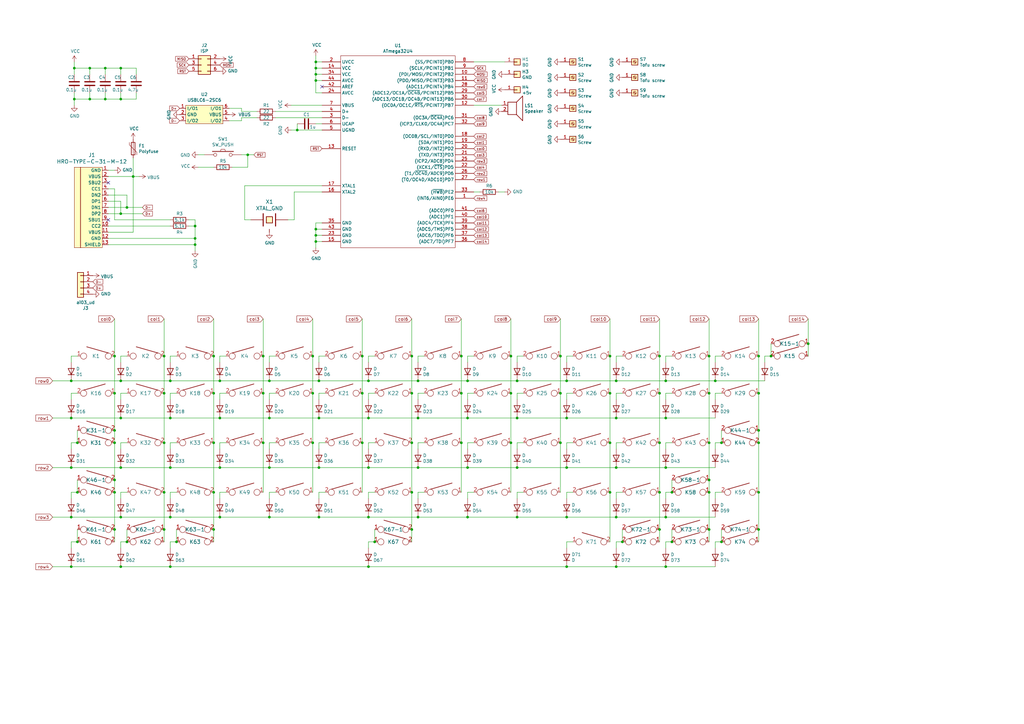
<source format=kicad_sch>
(kicad_sch (version 20230121) (generator eeschema)
  (paper "A3")
  (junction (at 52.07 85.09))
  (junction (at 67.31 201.93))
  (junction (at 69.85 212.09))
  (junction (at 29.21 171.45))
  (junction (at 67.31 217.17))
  (junction (at 29.21 232.41))
  (junction (at 46.99 181.61))
  (junction (at 151.13 191.77))
  (junction (at 46.99 161.29))
  (junction (at 129.54 93.98))
  (junction (at 293.37 156.21))
  (junction (at 295.91 222.25))
  (junction (at 270.51 181.61))
  (junction (at 49.53 212.09))
  (junction (at 229.87 181.61))
  (junction (at 151.13 212.09))
  (junction (at 168.91 161.29))
  (junction (at 189.23 181.61))
  (junction (at 43.18 27.94))
  (junction (at 110.49 171.45))
  (junction (at 110.49 191.77))
  (junction (at 49.53 156.21))
  (junction (at 148.59 146.05))
  (junction (at 72.39 222.25))
  (junction (at 128.27 181.61))
  (junction (at 290.83 196.85))
  (junction (at 290.83 181.61))
  (junction (at 110.49 156.21))
  (junction (at 212.09 212.09))
  (junction (at 90.17 171.45))
  (junction (at 46.99 176.53))
  (junction (at 168.91 201.93))
  (junction (at 101.6 63.5))
  (junction (at 273.05 171.45))
  (junction (at 331.47 140.97))
  (junction (at 49.53 27.94))
  (junction (at 212.09 156.21))
  (junction (at 171.45 212.09))
  (junction (at 148.59 181.61))
  (junction (at 49.53 191.77))
  (junction (at 69.85 156.21))
  (junction (at 107.95 146.05))
  (junction (at 252.73 156.21))
  (junction (at 90.17 191.77))
  (junction (at 275.59 201.93))
  (junction (at 273.05 232.41))
  (junction (at 270.51 146.05))
  (junction (at 130.81 171.45))
  (junction (at 121.92 53.34))
  (junction (at 191.77 156.21))
  (junction (at 29.21 212.09))
  (junction (at 252.73 232.41))
  (junction (at 311.15 181.61))
  (junction (at 130.81 212.09))
  (junction (at 232.41 171.45))
  (junction (at 80.01 97.79))
  (junction (at 69.85 191.77))
  (junction (at 49.53 232.41))
  (junction (at 252.73 191.77))
  (junction (at 129.54 27.94))
  (junction (at 212.09 191.77))
  (junction (at 29.21 191.77))
  (junction (at 148.59 161.29))
  (junction (at 270.51 201.93))
  (junction (at 130.81 156.21))
  (junction (at 232.41 191.77))
  (junction (at 252.73 212.09))
  (junction (at 46.99 201.93))
  (junction (at 128.27 146.05))
  (junction (at 171.45 191.77))
  (junction (at 290.83 161.29))
  (junction (at 129.54 30.48))
  (junction (at 270.51 217.17))
  (junction (at 87.63 217.17))
  (junction (at 90.17 212.09))
  (junction (at 168.91 146.05))
  (junction (at 29.21 156.21))
  (junction (at 229.87 146.05))
  (junction (at 54.61 72.39))
  (junction (at 49.53 40.64))
  (junction (at 129.54 99.06))
  (junction (at 311.15 176.53))
  (junction (at 171.45 171.45))
  (junction (at 129.54 33.02))
  (junction (at 311.15 217.17))
  (junction (at 270.51 161.29))
  (junction (at 275.59 222.25))
  (junction (at 209.55 146.05))
  (junction (at 87.63 201.93))
  (junction (at 129.54 96.52))
  (junction (at 46.99 196.85))
  (junction (at 191.77 191.77))
  (junction (at 69.85 232.41))
  (junction (at 67.31 146.05))
  (junction (at 107.95 181.61))
  (junction (at 107.95 161.29))
  (junction (at 90.17 156.21))
  (junction (at 209.55 181.61))
  (junction (at 30.48 40.64))
  (junction (at 31.75 181.61))
  (junction (at 232.41 232.41))
  (junction (at 151.13 232.41))
  (junction (at 290.83 201.93))
  (junction (at 87.63 146.05))
  (junction (at 255.27 222.25))
  (junction (at 31.75 201.93))
  (junction (at 290.83 146.05))
  (junction (at 46.99 146.05))
  (junction (at 250.19 181.61))
  (junction (at 311.15 161.29))
  (junction (at 80.01 100.33))
  (junction (at 171.45 156.21))
  (junction (at 36.83 40.64))
  (junction (at 49.53 87.63))
  (junction (at 43.18 40.64))
  (junction (at 209.55 161.29))
  (junction (at 151.13 156.21))
  (junction (at 229.87 161.29))
  (junction (at 311.15 146.05))
  (junction (at 191.77 171.45))
  (junction (at 36.83 27.94))
  (junction (at 80.01 92.71))
  (junction (at 46.99 217.17))
  (junction (at 311.15 201.93))
  (junction (at 191.77 212.09))
  (junction (at 129.54 25.4))
  (junction (at 273.05 212.09))
  (junction (at 295.91 181.61))
  (junction (at 87.63 161.29))
  (junction (at 212.09 171.45))
  (junction (at 128.27 161.29))
  (junction (at 130.81 191.77))
  (junction (at 232.41 212.09))
  (junction (at 151.13 171.45))
  (junction (at 168.91 181.61))
  (junction (at 52.07 222.25))
  (junction (at 87.63 181.61))
  (junction (at 110.49 212.09))
  (junction (at 67.31 181.61))
  (junction (at 273.05 191.77))
  (junction (at 273.05 156.21))
  (junction (at 250.19 201.93))
  (junction (at 189.23 146.05))
  (junction (at 290.83 217.17))
  (junction (at 67.31 161.29))
  (junction (at 250.19 161.29))
  (junction (at 30.48 27.94))
  (junction (at 153.67 222.25))
  (junction (at 69.85 171.45))
  (junction (at 252.73 171.45))
  (junction (at 168.91 217.17))
  (junction (at 232.41 156.21))
  (junction (at 189.23 161.29))
  (junction (at 316.23 146.05))
  (junction (at 49.53 171.45))
  (junction (at 250.19 146.05))
  (junction (at 31.75 222.25))
  (no_connect (at 44.45 90.17))
  (no_connect (at 44.45 74.93))
  (no_connect (at 132.08 35.56))
  (wire (pts (xy 49.53 184.15) (xy 49.53 181.61)))
  (wire (pts (xy 43.18 40.64) (xy 49.53 40.64)))
  (wire (pts (xy 132.08 93.98) (xy 129.54 93.98)))
  (wire (pts (xy 171.45 156.21) (xy 191.77 156.21)))
  (wire (pts (xy 90.17 161.29) (xy 92.71 161.29)))
  (wire (pts (xy 49.53 204.47) (xy 49.53 201.93)))
  (wire (pts (xy 69.85 148.59) (xy 69.85 146.05)))
  (wire (pts (xy 252.73 184.15) (xy 252.73 181.61)))
  (wire (pts (xy 49.53 191.77) (xy 29.21 191.77)))
  (wire (pts (xy 29.21 161.29) (xy 31.75 161.29)))
  (wire (pts (xy 100.33 76.2) (xy 132.08 76.2)))
  (wire (pts (xy 293.37 163.83) (xy 293.37 161.29)))
  (wire (pts (xy 270.51 161.29) (xy 270.51 181.61)))
  (wire (pts (xy 49.53 224.79) (xy 49.53 222.25)))
  (wire (pts (xy 90.17 212.09) (xy 110.49 212.09)))
  (wire (pts (xy 52.07 85.09) (xy 44.45 85.09)))
  (wire (pts (xy 270.51 201.93) (xy 270.51 217.17)))
  (wire (pts (xy 212.09 184.15) (xy 212.09 181.61)))
  (wire (pts (xy 132.08 27.94) (xy 129.54 27.94)))
  (wire (pts (xy 129.54 33.02) (xy 129.54 38.1)))
  (wire (pts (xy 270.51 181.61) (xy 270.51 201.93)))
  (wire (pts (xy 293.37 161.29) (xy 295.91 161.29)))
  (wire (pts (xy 44.45 72.39) (xy 54.61 72.39)))
  (wire (pts (xy 132.08 50.8) (xy 129.54 50.8)))
  (wire (pts (xy 290.83 146.05) (xy 290.83 130.81)))
  (wire (pts (xy 36.83 40.64) (xy 36.83 38.1)))
  (wire (pts (xy 130.81 146.05) (xy 133.35 146.05)))
  (wire (pts (xy 293.37 181.61) (xy 295.91 181.61)))
  (wire (pts (xy 120.65 90.17) (xy 118.11 90.17)))
  (wire (pts (xy 49.53 222.25) (xy 52.07 222.25)))
  (wire (pts (xy 49.53 146.05) (xy 52.07 146.05)))
  (wire (pts (xy 189.23 181.61) (xy 189.23 201.93)))
  (wire (pts (xy 316.23 140.97) (xy 316.23 146.05)))
  (wire (pts (xy 29.21 156.21) (xy 49.53 156.21)))
  (wire (pts (xy 46.99 161.29) (xy 46.99 176.53)))
  (wire (pts (xy 99.06 48.26) (xy 105.41 48.26)))
  (wire (pts (xy 171.45 148.59) (xy 171.45 146.05)))
  (wire (pts (xy 52.07 80.01) (xy 52.07 85.09)))
  (wire (pts (xy 252.73 204.47) (xy 252.73 201.93)))
  (wire (pts (xy 212.09 201.93) (xy 214.63 201.93)))
  (wire (pts (xy 113.03 48.26) (xy 132.08 48.26)))
  (wire (pts (xy 30.48 25.4) (xy 30.48 27.94)))
  (wire (pts (xy 107.95 181.61) (xy 107.95 201.93)))
  (wire (pts (xy 331.47 140.97) (xy 331.47 130.81)))
  (wire (pts (xy 191.77 191.77) (xy 171.45 191.77)))
  (wire (pts (xy 290.83 217.17) (xy 290.83 201.93)))
  (wire (pts (xy 110.49 184.15) (xy 110.49 181.61)))
  (wire (pts (xy 171.45 146.05) (xy 173.99 146.05)))
  (wire (pts (xy 81.28 63.5) (xy 83.82 63.5)))
  (wire (pts (xy 132.08 96.52) (xy 129.54 96.52)))
  (wire (pts (xy 30.48 40.64) (xy 36.83 40.64)))
  (wire (pts (xy 99.06 44.45) (xy 99.06 45.72)))
  (wire (pts (xy 295.91 176.53) (xy 295.91 181.61)))
  (wire (pts (xy 110.49 204.47) (xy 110.49 201.93)))
  (wire (pts (xy 191.77 161.29) (xy 194.31 161.29)))
  (wire (pts (xy 49.53 163.83) (xy 49.53 161.29)))
  (wire (pts (xy 168.91 146.05) (xy 168.91 130.81)))
  (wire (pts (xy 151.13 146.05) (xy 153.67 146.05)))
  (wire (pts (xy 69.85 146.05) (xy 72.39 146.05)))
  (wire (pts (xy 128.27 146.05) (xy 128.27 130.81)))
  (wire (pts (xy 121.92 53.34) (xy 132.08 53.34)))
  (wire (pts (xy 212.09 181.61) (xy 214.63 181.61)))
  (wire (pts (xy 151.13 224.79) (xy 151.13 222.25)))
  (wire (pts (xy 129.54 93.98) (xy 129.54 96.52)))
  (wire (pts (xy 132.08 30.48) (xy 129.54 30.48)))
  (wire (pts (xy 252.73 171.45) (xy 273.05 171.45)))
  (wire (pts (xy 273.05 171.45) (xy 293.37 171.45)))
  (wire (pts (xy 293.37 224.79) (xy 293.37 222.25)))
  (wire (pts (xy 293.37 156.21) (xy 313.69 156.21)))
  (wire (pts (xy 151.13 163.83) (xy 151.13 161.29)))
  (wire (pts (xy 55.88 27.94) (xy 55.88 30.48)))
  (wire (pts (xy 168.91 161.29) (xy 168.91 146.05)))
  (wire (pts (xy 250.19 161.29) (xy 250.19 146.05)))
  (wire (pts (xy 110.49 163.83) (xy 110.49 161.29)))
  (wire (pts (xy 212.09 171.45) (xy 232.41 171.45)))
  (wire (pts (xy 69.85 184.15) (xy 69.85 181.61)))
  (wire (pts (xy 99.06 49.53) (xy 99.06 48.26)))
  (wire (pts (xy 54.61 72.39) (xy 57.15 72.39)))
  (wire (pts (xy 29.21 201.93) (xy 31.75 201.93)))
  (wire (pts (xy 191.77 146.05) (xy 194.31 146.05)))
  (wire (pts (xy 69.85 171.45) (xy 90.17 171.45)))
  (wire (pts (xy 232.41 171.45) (xy 252.73 171.45)))
  (wire (pts (xy 153.67 217.17) (xy 153.67 222.25)))
  (wire (pts (xy 100.33 90.17) (xy 100.33 76.2)))
  (wire (pts (xy 21.59 156.21) (xy 29.21 156.21)))
  (wire (pts (xy 130.81 184.15) (xy 130.81 181.61)))
  (wire (pts (xy 110.49 191.77) (xy 90.17 191.77)))
  (wire (pts (xy 273.05 224.79) (xy 273.05 222.25)))
  (wire (pts (xy 252.73 156.21) (xy 273.05 156.21)))
  (wire (pts (xy 77.47 90.17) (xy 80.01 90.17)))
  (wire (pts (xy 151.13 222.25) (xy 153.67 222.25)))
  (wire (pts (xy 21.59 212.09) (xy 29.21 212.09)))
  (wire (pts (xy 129.54 99.06) (xy 132.08 99.06)))
  (wire (pts (xy 290.83 196.85) (xy 290.83 181.61)))
  (wire (pts (xy 250.19 181.61) (xy 250.19 161.29)))
  (wire (pts (xy 273.05 232.41) (xy 252.73 232.41)))
  (wire (pts (xy 311.15 130.81) (xy 311.15 146.05)))
  (wire (pts (xy 270.51 217.17) (xy 270.51 222.25)))
  (wire (pts (xy 90.17 204.47) (xy 90.17 201.93)))
  (wire (pts (xy 46.99 196.85) (xy 46.99 201.93)))
  (wire (pts (xy 229.87 146.05) (xy 229.87 161.29)))
  (wire (pts (xy 90.17 156.21) (xy 110.49 156.21)))
  (wire (pts (xy 69.85 212.09) (xy 90.17 212.09)))
  (wire (pts (xy 232.41 146.05) (xy 234.95 146.05)))
  (wire (pts (xy 49.53 82.55) (xy 44.45 82.55)))
  (wire (pts (xy 130.81 181.61) (xy 133.35 181.61)))
  (wire (pts (xy 90.17 146.05) (xy 92.71 146.05)))
  (wire (pts (xy 44.45 69.85) (xy 46.99 69.85)))
  (wire (pts (xy 293.37 191.77) (xy 273.05 191.77)))
  (wire (pts (xy 311.15 161.29) (xy 311.15 176.53)))
  (wire (pts (xy 80.01 97.79) (xy 80.01 100.33)))
  (wire (pts (xy 212.09 161.29) (xy 214.63 161.29)))
  (wire (pts (xy 209.55 161.29) (xy 209.55 146.05)))
  (wire (pts (xy 191.77 184.15) (xy 191.77 181.61)))
  (wire (pts (xy 189.23 130.81) (xy 189.23 146.05)))
  (wire (pts (xy 171.45 181.61) (xy 173.99 181.61)))
  (wire (pts (xy 87.63 130.81) (xy 87.63 146.05)))
  (wire (pts (xy 90.17 163.83) (xy 90.17 161.29)))
  (wire (pts (xy 189.23 146.05) (xy 189.23 161.29)))
  (wire (pts (xy 29.21 212.09) (xy 49.53 212.09)))
  (wire (pts (xy 189.23 161.29) (xy 189.23 181.61)))
  (wire (pts (xy 90.17 148.59) (xy 90.17 146.05)))
  (wire (pts (xy 151.13 148.59) (xy 151.13 146.05)))
  (wire (pts (xy 212.09 191.77) (xy 191.77 191.77)))
  (wire (pts (xy 129.54 25.4) (xy 129.54 27.94)))
  (wire (pts (xy 212.09 163.83) (xy 212.09 161.29)))
  (wire (pts (xy 101.6 63.5) (xy 101.6 68.58)))
  (wire (pts (xy 46.99 181.61) (xy 46.99 196.85)))
  (wire (pts (xy 129.54 27.94) (xy 129.54 30.48)))
  (wire (pts (xy 46.99 130.81) (xy 46.99 146.05)))
  (wire (pts (xy 151.13 171.45) (xy 171.45 171.45)))
  (wire (pts (xy 101.6 68.58) (xy 95.25 68.58)))
  (wire (pts (xy 252.73 181.61) (xy 255.27 181.61)))
  (wire (pts (xy 128.27 181.61) (xy 128.27 161.29)))
  (wire (pts (xy 67.31 181.61) (xy 67.31 161.29)))
  (wire (pts (xy 129.54 96.52) (xy 129.54 99.06)))
  (wire (pts (xy 93.98 44.45) (xy 99.06 44.45)))
  (wire (pts (xy 252.73 212.09) (xy 273.05 212.09)))
  (wire (pts (xy 290.83 181.61) (xy 290.83 161.29)))
  (wire (pts (xy 49.53 40.64) (xy 49.53 38.1)))
  (wire (pts (xy 171.45 204.47) (xy 171.45 201.93)))
  (wire (pts (xy 72.39 222.25) (xy 72.39 217.17)))
  (wire (pts (xy 255.27 222.25) (xy 255.27 217.17)))
  (wire (pts (xy 148.59 130.81) (xy 148.59 146.05)))
  (wire (pts (xy 67.31 201.93) (xy 67.31 181.61)))
  (wire (pts (xy 29.21 184.15) (xy 29.21 181.61)))
  (wire (pts (xy 331.47 146.05) (xy 331.47 140.97)))
  (wire (pts (xy 250.19 146.05) (xy 250.19 130.81)))
  (wire (pts (xy 232.41 181.61) (xy 234.95 181.61)))
  (wire (pts (xy 171.45 161.29) (xy 173.99 161.29)))
  (wire (pts (xy 49.53 171.45) (xy 69.85 171.45)))
  (wire (pts (xy 49.53 201.93) (xy 52.07 201.93)))
  (wire (pts (xy 151.13 212.09) (xy 171.45 212.09)))
  (wire (pts (xy 31.75 217.17) (xy 31.75 222.25)))
  (wire (pts (xy 43.18 27.94) (xy 49.53 27.94)))
  (wire (pts (xy 130.81 163.83) (xy 130.81 161.29)))
  (wire (pts (xy 110.49 148.59) (xy 110.49 146.05)))
  (wire (pts (xy 151.13 201.93) (xy 153.67 201.93)))
  (wire (pts (xy 132.08 33.02) (xy 129.54 33.02)))
  (wire (pts (xy 311.15 201.93) (xy 311.15 217.17)))
  (wire (pts (xy 313.69 148.59) (xy 313.69 146.05)))
  (wire (pts (xy 129.54 30.48) (xy 129.54 33.02)))
  (wire (pts (xy 36.83 30.48) (xy 36.83 27.94)))
  (wire (pts (xy 69.85 163.83) (xy 69.85 161.29)))
  (wire (pts (xy 29.21 204.47) (xy 29.21 201.93)))
  (wire (pts (xy 121.92 50.8) (xy 121.92 53.34)))
  (wire (pts (xy 52.07 85.09) (xy 58.42 85.09)))
  (wire (pts (xy 293.37 146.05) (xy 295.91 146.05)))
  (wire (pts (xy 54.61 95.25) (xy 44.45 95.25)))
  (wire (pts (xy 212.09 204.47) (xy 212.09 201.93)))
  (wire (pts (xy 29.21 191.77) (xy 21.59 191.77)))
  (wire (pts (xy 100.33 90.17) (xy 102.87 90.17)))
  (wire (pts (xy 67.31 217.17) (xy 67.31 201.93)))
  (wire (pts (xy 67.31 222.25) (xy 67.31 217.17)))
  (wire (pts (xy 293.37 204.47) (xy 293.37 201.93)))
  (wire (pts (xy 212.09 148.59) (xy 212.09 146.05)))
  (wire (pts (xy 252.73 146.05) (xy 255.27 146.05)))
  (wire (pts (xy 69.85 224.79) (xy 69.85 222.25)))
  (wire (pts (xy 151.13 204.47) (xy 151.13 201.93)))
  (wire (pts (xy 81.28 68.58) (xy 87.63 68.58)))
  (wire (pts (xy 168.91 217.17) (xy 168.91 201.93)))
  (wire (pts (xy 119.38 53.34) (xy 121.92 53.34)))
  (wire (pts (xy 273.05 163.83) (xy 273.05 161.29)))
  (wire (pts (xy 171.45 163.83) (xy 171.45 161.29)))
  (wire (pts (xy 313.69 146.05) (xy 316.23 146.05)))
  (wire (pts (xy 151.13 181.61) (xy 153.67 181.61)))
  (wire (pts (xy 110.49 201.93) (xy 113.03 201.93)))
  (wire (pts (xy 44.45 92.71) (xy 69.85 92.71)))
  (wire (pts (xy 295.91 222.25) (xy 295.91 217.17)))
  (wire (pts (xy 232.41 212.09) (xy 252.73 212.09)))
  (wire (pts (xy 273.05 191.77) (xy 252.73 191.77)))
  (wire (pts (xy 148.59 161.29) (xy 148.59 181.61)))
  (wire (pts (xy 229.87 130.81) (xy 229.87 146.05)))
  (wire (pts (xy 104.14 63.5) (xy 101.6 63.5)))
  (wire (pts (xy 129.54 38.1) (xy 132.08 38.1)))
  (wire (pts (xy 270.51 130.81) (xy 270.51 146.05)))
  (wire (pts (xy 128.27 201.93) (xy 128.27 181.61)))
  (wire (pts (xy 46.99 201.93) (xy 46.99 217.17)))
  (wire (pts (xy 44.45 77.47) (xy 46.99 77.47)))
  (wire (pts (xy 132.08 78.74) (xy 120.65 78.74)))
  (wire (pts (xy 232.41 184.15) (xy 232.41 181.61)))
  (wire (pts (xy 311.15 217.17) (xy 311.15 222.25)))
  (wire (pts (xy 229.87 161.29) (xy 229.87 181.61)))
  (wire (pts (xy 148.59 146.05) (xy 148.59 161.29)))
  (wire (pts (xy 129.54 101.6) (xy 129.54 99.06)))
  (wire (pts (xy 69.85 161.29) (xy 72.39 161.29)))
  (wire (pts (xy 49.53 181.61) (xy 52.07 181.61)))
  (wire (pts (xy 46.99 176.53) (xy 46.99 181.61)))
  (wire (pts (xy 232.41 201.93) (xy 234.95 201.93)))
  (wire (pts (xy 69.85 222.25) (xy 72.39 222.25)))
  (wire (pts (xy 171.45 184.15) (xy 171.45 181.61)))
  (wire (pts (xy 232.41 163.83) (xy 232.41 161.29)))
  (wire (pts (xy 77.47 92.71) (xy 80.01 92.71)))
  (wire (pts (xy 168.91 201.93) (xy 168.91 181.61)))
  (wire (pts (xy 54.61 72.39) (xy 54.61 95.25)))
  (wire (pts (xy 212.09 156.21) (xy 232.41 156.21)))
  (wire (pts (xy 69.85 232.41) (xy 49.53 232.41)))
  (wire (pts (xy 232.41 204.47) (xy 232.41 201.93)))
  (wire (pts (xy 171.45 212.09) (xy 191.77 212.09)))
  (wire (pts (xy 80.01 100.33) (xy 80.01 102.87)))
  (wire (pts (xy 273.05 156.21) (xy 293.37 156.21)))
  (wire (pts (xy 132.08 43.18) (xy 119.38 43.18)))
  (wire (pts (xy 46.99 146.05) (xy 46.99 161.29)))
  (wire (pts (xy 46.99 77.47) (xy 46.99 90.17)))
  (wire (pts (xy 209.55 146.05) (xy 209.55 130.81)))
  (wire (pts (xy 49.53 161.29) (xy 52.07 161.29)))
  (wire (pts (xy 90.17 181.61) (xy 92.71 181.61)))
  (wire (pts (xy 130.81 171.45) (xy 151.13 171.45)))
  (wire (pts (xy 293.37 232.41) (xy 273.05 232.41)))
  (wire (pts (xy 130.81 156.21) (xy 151.13 156.21)))
  (wire (pts (xy 232.41 161.29) (xy 234.95 161.29)))
  (wire (pts (xy 36.83 27.94) (xy 43.18 27.94)))
  (wire (pts (xy 52.07 222.25) (xy 52.07 217.17)))
  (wire (pts (xy 132.08 91.44) (xy 129.54 91.44)))
  (wire (pts (xy 252.73 148.59) (xy 252.73 146.05)))
  (wire (pts (xy 29.21 222.25) (xy 31.75 222.25)))
  (wire (pts (xy 49.53 232.41) (xy 29.21 232.41)))
  (wire (pts (xy 273.05 148.59) (xy 273.05 146.05)))
  (wire (pts (xy 49.53 156.21) (xy 69.85 156.21)))
  (wire (pts (xy 273.05 181.61) (xy 275.59 181.61)))
  (wire (pts (xy 110.49 181.61) (xy 113.03 181.61)))
  (wire (pts (xy 80.01 90.17) (xy 80.01 92.71)))
  (wire (pts (xy 232.41 222.25) (xy 234.95 222.25)))
  (wire (pts (xy 171.45 171.45) (xy 191.77 171.45)))
  (wire (pts (xy 29.21 148.59) (xy 29.21 146.05)))
  (wire (pts (xy 151.13 232.41) (xy 232.41 232.41)))
  (wire (pts (xy 49.53 212.09) (xy 69.85 212.09)))
  (wire (pts (xy 110.49 156.21) (xy 130.81 156.21)))
  (wire (pts (xy 273.05 222.25) (xy 275.59 222.25)))
  (wire (pts (xy 46.99 217.17) (xy 46.99 222.25)))
  (wire (pts (xy 311.15 181.61) (xy 311.15 201.93)))
  (wire (pts (xy 55.88 40.64) (xy 55.88 38.1)))
  (wire (pts (xy 311.15 146.05) (xy 311.15 161.29)))
  (wire (pts (xy 128.27 161.29) (xy 128.27 146.05)))
  (wire (pts (xy 29.21 181.61) (xy 31.75 181.61)))
  (wire (pts (xy 130.81 212.09) (xy 151.13 212.09)))
  (wire (pts (xy 90.17 191.77) (xy 69.85 191.77)))
  (wire (pts (xy 87.63 146.05) (xy 87.63 161.29)))
  (wire (pts (xy 130.81 201.93) (xy 133.35 201.93)))
  (wire (pts (xy 30.48 27.94) (xy 30.48 30.48)))
  (wire (pts (xy 194.31 25.4) (xy 207.01 25.4)))
  (wire (pts (xy 273.05 161.29) (xy 275.59 161.29)))
  (wire (pts (xy 80.01 92.71) (xy 80.01 97.79)))
  (wire (pts (xy 273.05 184.15) (xy 273.05 181.61)))
  (wire (pts (xy 44.45 87.63) (xy 49.53 87.63)))
  (wire (pts (xy 252.73 224.79) (xy 252.73 222.25)))
  (wire (pts (xy 31.75 196.85) (xy 31.75 201.93)))
  (wire (pts (xy 49.53 30.48) (xy 49.53 27.94)))
  (wire (pts (xy 43.18 40.64) (xy 43.18 38.1)))
  (wire (pts (xy 148.59 181.61) (xy 148.59 201.93)))
  (wire (pts (xy 29.21 232.41) (xy 21.59 232.41)))
  (wire (pts (xy 130.81 161.29) (xy 133.35 161.29)))
  (wire (pts (xy 270.51 146.05) (xy 270.51 161.29)))
  (wire (pts (xy 99.06 45.72) (xy 105.41 45.72)))
  (wire (pts (xy 44.45 80.01) (xy 52.07 80.01)))
  (wire (pts (xy 130.81 204.47) (xy 130.81 201.93)))
  (wire (pts (xy 30.48 27.94) (xy 36.83 27.94)))
  (wire (pts (xy 273.05 204.47) (xy 273.05 201.93)))
  (wire (pts (xy 290.83 222.25) (xy 290.83 217.17)))
  (wire (pts (xy 191.77 163.83) (xy 191.77 161.29)))
  (wire (pts (xy 252.73 163.83) (xy 252.73 161.29)))
  (wire (pts (xy 87.63 161.29) (xy 87.63 181.61)))
  (wire (pts (xy 273.05 212.09) (xy 293.37 212.09)))
  (wire (pts (xy 130.81 148.59) (xy 130.81 146.05)))
  (wire (pts (xy 43.18 30.48) (xy 43.18 27.94)))
  (wire (pts (xy 110.49 171.45) (xy 130.81 171.45)))
  (wire (pts (xy 46.99 90.17) (xy 69.85 90.17)))
  (wire (pts (xy 293.37 148.59) (xy 293.37 146.05)))
  (wire (pts (xy 212.09 146.05) (xy 214.63 146.05)))
  (wire (pts (xy 207.01 78.74) (xy 204.47 78.74)))
  (wire (pts (xy 194.31 43.18) (xy 205.74 43.18)))
  (wire (pts (xy 69.85 204.47) (xy 69.85 201.93)))
  (wire (pts (xy 29.21 146.05) (xy 31.75 146.05)))
  (wire (pts (xy 30.48 40.64) (xy 30.48 43.18)))
  (wire (pts (xy 252.73 191.77) (xy 232.41 191.77)))
  (wire (pts (xy 171.45 191.77) (xy 151.13 191.77)))
  (wire (pts (xy 107.95 161.29) (xy 107.95 181.61)))
  (wire (pts (xy 49.53 40.64) (xy 55.88 40.64)))
  (wire (pts (xy 191.77 181.61) (xy 194.31 181.61)))
  (wire (pts (xy 44.45 100.33) (xy 80.01 100.33)))
  (wire (pts (xy 168.91 181.61) (xy 168.91 161.29)))
  (wire (pts (xy 290.83 161.29) (xy 290.83 146.05)))
  (wire (pts (xy 49.53 27.94) (xy 55.88 27.94)))
  (wire (pts (xy 29.21 224.79) (xy 29.21 222.25)))
  (wire (pts (xy 67.31 161.29) (xy 67.31 146.05)))
  (wire (pts (xy 49.53 148.59) (xy 49.53 146.05)))
  (wire (pts (xy 191.77 212.09) (xy 212.09 212.09)))
  (wire (pts (xy 54.61 72.39) (xy 54.61 64.77)))
  (wire (pts (xy 293.37 222.25) (xy 295.91 222.25)))
  (wire (pts (xy 90.17 201.93) (xy 92.71 201.93)))
  (wire (pts (xy 252.73 232.41) (xy 232.41 232.41)))
  (wire (pts (xy 151.13 191.77) (xy 130.81 191.77)))
  (wire (pts (xy 252.73 222.25) (xy 255.27 222.25)))
  (wire (pts (xy 232.41 191.77) (xy 212.09 191.77)))
  (wire (pts (xy 252.73 161.29) (xy 255.27 161.29)))
  (wire (pts (xy 273.05 146.05) (xy 275.59 146.05)))
  (wire (pts (xy 151.13 161.29) (xy 153.67 161.29)))
  (wire (pts (xy 168.91 222.25) (xy 168.91 217.17)))
  (wire (pts (xy 107.95 146.05) (xy 107.95 161.29)))
  (wire (pts (xy 293.37 184.15) (xy 293.37 181.61)))
  (wire (pts (xy 171.45 201.93) (xy 173.99 201.93)))
  (wire (pts (xy 273.05 201.93) (xy 275.59 201.93)))
  (wire (pts (xy 107.95 130.81) (xy 107.95 146.05)))
  (wire (pts (xy 151.13 184.15) (xy 151.13 181.61)))
  (wire (pts (xy 290.83 201.93) (xy 290.83 196.85)))
  (wire (pts (xy 293.37 201.93) (xy 295.91 201.93)))
  (wire (pts (xy 69.85 191.77) (xy 49.53 191.77)))
  (wire (pts (xy 311.15 176.53) (xy 311.15 181.61)))
  (wire (pts (xy 252.73 201.93) (xy 255.27 201.93)))
  (wire (pts (xy 232.41 224.79) (xy 232.41 222.25)))
  (wire (pts (xy 49.53 87.63) (xy 58.42 87.63)))
  (wire (pts (xy 191.77 204.47) (xy 191.77 201.93)))
  (wire (pts (xy 191.77 156.21) (xy 212.09 156.21)))
  (wire (pts (xy 130.81 191.77) (xy 110.49 191.77)))
  (wire (pts (xy 113.03 45.72) (xy 132.08 45.72)))
  (wire (pts (xy 67.31 146.05) (xy 67.31 130.81)))
  (wire (pts (xy 31.75 176.53) (xy 31.75 181.61)))
  (wire (pts (xy 30.48 38.1) (xy 30.48 40.64)))
  (wire (pts (xy 275.59 196.85) (xy 275.59 201.93)))
  (wire (pts (xy 212.09 212.09) (xy 232.41 212.09)))
  (wire (pts (xy 151.13 156.21) (xy 171.45 156.21)))
  (wire (pts (xy 49.53 87.63) (xy 49.53 82.55)))
  (wire (pts (xy 151.13 232.41) (xy 69.85 232.41)))
  (wire (pts (xy 44.45 97.79) (xy 80.01 97.79)))
  (wire (pts (xy 129.54 22.86) (xy 129.54 25.4)))
  (wire (pts (xy 250.19 222.25) (xy 250.19 201.93)))
  (wire (pts (xy 90.17 184.15) (xy 90.17 181.61)))
  (wire (pts (xy 120.65 78.74) (xy 120.65 90.17)))
  (wire (pts (xy 69.85 156.21) (xy 90.17 156.21)))
  (wire (pts (xy 110.49 212.09) (xy 130.81 212.09)))
  (wire (pts (xy 90.17 171.45) (xy 110.49 171.45)))
  (wire (pts (xy 87.63 181.61) (xy 87.63 201.93)))
  (wire (pts (xy 232.41 148.59) (xy 232.41 146.05)))
  (wire (pts (xy 209.55 181.61) (xy 209.55 161.29)))
  (wire (pts (xy 69.85 201.93) (xy 72.39 201.93)))
  (wire (pts (xy 99.06 63.5) (xy 101.6 63.5)))
  (wire (pts (xy 132.08 25.4) (xy 129.54 25.4)))
  (wire (pts (xy 250.19 201.93) (xy 250.19 181.61)))
  (wire (pts (xy 93.98 49.53) (xy 99.06 49.53)))
  (wire (pts (xy 110.49 161.29) (xy 113.03 161.29)))
  (wire (pts (xy 29.21 163.83) (xy 29.21 161.29)))
  (wire (pts (xy 191.77 201.93) (xy 194.31 201.93)))
  (wire (pts (xy 21.59 171.45) (xy 29.21 171.45)))
  (wire (pts (xy 36.83 40.64) (xy 43.18 40.64)))
  (wire (pts (xy 191.77 171.45) (xy 212.09 171.45)))
  (wire (pts (xy 229.87 181.61) (xy 229.87 201.93)))
  (wire (pts (xy 275.59 222.25) (xy 275.59 217.17)))
  (wire (pts (xy 196.85 78.74) (xy 194.31 78.74)))
  (wire (pts (xy 129.54 91.44) (xy 129.54 93.98)))
  (wire (pts (xy 191.77 148.59) (xy 191.77 146.05)))
  (wire (pts (xy 69.85 181.61) (xy 72.39 181.61)))
  (wire (pts (xy 29.21 171.45) (xy 49.53 171.45)))
  (wire (pts (xy 87.63 201.93) (xy 87.63 217.17)))
  (wire (pts (xy 232.41 156.21) (xy 252.73 156.21)))
  (wire (pts (xy 209.55 201.93) (xy 209.55 181.61)))
  (wire (pts (xy 87.63 217.17) (xy 87.63 222.25)))
  (wire (pts (xy 110.49 146.05) (xy 113.03 146.05)))
  (global_label "col8" (shape input) (at 194.31 48.26 0) (effects (font (size 0.9906 0.9906))) (property "Intersheetrefs" "${INTERSHEET_REFS}" (effects hide)))
  (global_label "D+" (shape input) (at 38.1 118.11 0) (effects (font (size 0.9906 0.9906))) (property "Intersheetrefs" "${INTERSHEET_REFS}" (effects hide)))
  (global_label "RST" (shape input) (at 132.08 60.96 180) (effects (font (size 0.9906 0.9906))) (property "Intersheetrefs" "${INTERSHEET_REFS}" (effects hide)))
  (global_label "D-" (shape input) (at 73.66 49.53 180) (effects (font (size 0.9906 0.9906))) (property "Intersheetrefs" "${INTERSHEET_REFS}" (effects hide)))
  (global_label "row4" (shape input) (at 194.31 81.28 0) (effects (font (size 0.9906 0.9906))) (property "Intersheetrefs" "${INTERSHEET_REFS}" (effects hide)))
  (global_label "D-" (shape input) (at 58.42 85.09 0) (effects (font (size 0.9906 0.9906))) (property "Intersheetrefs" "${INTERSHEET_REFS}" (effects hide)))
  (global_label "col8" (shape input) (at 209.55 130.81 180) (property "Intersheetrefs" "${INTERSHEET_REFS}" (effects hide)))
  (global_label "col7" (shape input) (at 194.31 40.64 0) (effects (font (size 0.9906 0.9906))) (property "Intersheetrefs" "${INTERSHEET_REFS}" (effects hide)))
  (global_label "MOSI" (shape input) (at 194.31 30.48 0) (effects (font (size 0.9906 0.9906))) (property "Intersheetrefs" "${INTERSHEET_REFS}" (effects hide)))
  (global_label "SCK" (shape input) (at 77.47 26.67 180) (effects (font (size 0.9906 0.9906))) (property "Intersheetrefs" "${INTERSHEET_REFS}" (effects hide)))
  (global_label "col3" (shape input) (at 194.31 63.5 0) (effects (font (size 0.9906 0.9906))) (property "Intersheetrefs" "${INTERSHEET_REFS}" (effects hide)))
  (global_label "col5" (shape input) (at 148.59 130.81 180) (property "Intersheetrefs" "${INTERSHEET_REFS}" (effects hide)))
  (global_label "col1" (shape input) (at 194.31 58.42 0) (effects (font (size 0.9906 0.9906))) (property "Intersheetrefs" "${INTERSHEET_REFS}" (effects hide)))
  (global_label "col0" (shape input) (at 46.99 130.81 180) (property "Intersheetrefs" "${INTERSHEET_REFS}" (effects hide)))
  (global_label "col5" (shape input) (at 194.31 38.1 0) (effects (font (size 0.9906 0.9906))) (property "Intersheetrefs" "${INTERSHEET_REFS}" (effects hide)))
  (global_label "MISO" (shape input) (at 194.31 33.02 0) (effects (font (size 0.9906 0.9906))) (property "Intersheetrefs" "${INTERSHEET_REFS}" (effects hide)))
  (global_label "col6" (shape input) (at 168.91 130.81 180) (property "Intersheetrefs" "${INTERSHEET_REFS}" (effects hide)))
  (global_label "col9" (shape input) (at 194.31 50.8 0) (effects (font (size 0.9906 0.9906))) (property "Intersheetrefs" "${INTERSHEET_REFS}" (effects hide)))
  (global_label "col11" (shape input) (at 270.51 130.81 180) (property "Intersheetrefs" "${INTERSHEET_REFS}" (effects hide)))
  (global_label "col6" (shape input) (at 194.31 86.36 0) (effects (font (size 0.9906 0.9906))) (property "Intersheetrefs" "${INTERSHEET_REFS}" (effects hide)))
  (global_label "row0" (shape input) (at 194.31 35.56 0) (effects (font (size 0.9906 0.9906))) (property "Intersheetrefs" "${INTERSHEET_REFS}" (effects hide)))
  (global_label "row2" (shape input) (at 194.31 71.12 0) (effects (font (size 0.9906 0.9906))) (property "Intersheetrefs" "${INTERSHEET_REFS}" (effects hide)))
  (global_label "col13" (shape input) (at 194.31 96.52 0) (effects (font (size 0.9906 0.9906))) (property "Intersheetrefs" "${INTERSHEET_REFS}" (effects hide)))
  (global_label "col1" (shape input) (at 67.31 130.81 180) (property "Intersheetrefs" "${INTERSHEET_REFS}" (effects hide)))
  (global_label "col14" (shape input) (at 194.31 99.06 0) (effects (font (size 0.9906 0.9906))) (property "Intersheetrefs" "${INTERSHEET_REFS}" (effects hide)))
  (global_label "row3" (shape input) (at 21.59 212.09 180) (property "Intersheetrefs" "${INTERSHEET_REFS}" (effects hide)))
  (global_label "row1" (shape input) (at 194.31 73.66 0) (effects (font (size 0.9906 0.9906))) (property "Intersheetrefs" "${INTERSHEET_REFS}" (effects hide)))
  (global_label "col12" (shape input) (at 290.83 130.81 180) (property "Intersheetrefs" "${INTERSHEET_REFS}" (effects hide)))
  (global_label "col10" (shape input) (at 194.31 88.9 0) (effects (font (size 0.9906 0.9906))) (property "Intersheetrefs" "${INTERSHEET_REFS}" (effects hide)))
  (global_label "D-" (shape input) (at 38.1 115.57 0) (effects (font (size 0.9906 0.9906))) (property "Intersheetrefs" "${INTERSHEET_REFS}" (effects hide)))
  (global_label "col2" (shape input) (at 87.63 130.81 180) (property "Intersheetrefs" "${INTERSHEET_REFS}" (effects hide)))
  (global_label "col2" (shape input) (at 194.31 55.88 0) (effects (font (size 0.9906 0.9906))) (property "Intersheetrefs" "${INTERSHEET_REFS}" (effects hide)))
  (global_label "col11" (shape input) (at 194.31 91.44 0) (effects (font (size 0.9906 0.9906))) (property "Intersheetrefs" "${INTERSHEET_REFS}" (effects hide)))
  (global_label "col7" (shape input) (at 189.23 130.81 180) (property "Intersheetrefs" "${INTERSHEET_REFS}" (effects hide)))
  (global_label "col4" (shape input) (at 128.27 130.81 180) (property "Intersheetrefs" "${INTERSHEET_REFS}" (effects hide)))
  (global_label "col4" (shape input) (at 194.31 68.58 0) (effects (font (size 0.9906 0.9906))) (property "Intersheetrefs" "${INTERSHEET_REFS}" (effects hide)))
  (global_label "col0" (shape input) (at 194.31 60.96 0) (effects (font (size 0.9906 0.9906))) (property "Intersheetrefs" "${INTERSHEET_REFS}" (effects hide)))
  (global_label "RST" (shape input) (at 104.14 63.5 0) (effects (font (size 0.9906 0.9906))) (property "Intersheetrefs" "${INTERSHEET_REFS}" (effects hide)))
  (global_label "row3" (shape input) (at 194.31 66.04 0) (effects (font (size 0.9906 0.9906))) (property "Intersheetrefs" "${INTERSHEET_REFS}" (effects hide)))
  (global_label "D+" (shape input) (at 73.66 44.45 180) (effects (font (size 0.9906 0.9906))) (property "Intersheetrefs" "${INTERSHEET_REFS}" (effects hide)))
  (global_label "SCK" (shape input) (at 194.31 27.94 0) (effects (font (size 0.9906 0.9906))) (property "Intersheetrefs" "${INTERSHEET_REFS}" (effects hide)))
  (global_label "col9" (shape input) (at 229.87 130.81 180) (property "Intersheetrefs" "${INTERSHEET_REFS}" (effects hide)))
  (global_label "row1" (shape input) (at 21.59 171.45 180) (property "Intersheetrefs" "${INTERSHEET_REFS}" (effects hide)))
  (global_label "MISO" (shape input) (at 77.47 24.13 180) (effects (font (size 0.9906 0.9906))) (property "Intersheetrefs" "${INTERSHEET_REFS}" (effects hide)))
  (global_label "col14" (shape input) (at 331.47 130.81 180) (property "Intersheetrefs" "${INTERSHEET_REFS}" (effects hide)))
  (global_label "MOSI" (shape input) (at 90.17 26.67 0) (effects (font (size 0.9906 0.9906))) (property "Intersheetrefs" "${INTERSHEET_REFS}" (effects hide)))
  (global_label "D+" (shape input) (at 58.42 87.63 0) (effects (font (size 0.9906 0.9906))) (property "Intersheetrefs" "${INTERSHEET_REFS}" (effects hide)))
  (global_label "col12" (shape input) (at 194.31 93.98 0) (effects (font (size 0.9906 0.9906))) (property "Intersheetrefs" "${INTERSHEET_REFS}" (effects hide)))
  (global_label "row0" (shape input) (at 21.59 156.21 180) (property "Intersheetrefs" "${INTERSHEET_REFS}" (effects hide)))
  (global_label "col13" (shape input) (at 311.15 130.81 180) (property "Intersheetrefs" "${INTERSHEET_REFS}" (effects hide)))
  (global_label "col10" (shape input) (at 250.19 130.81 180) (property "Intersheetrefs" "${INTERSHEET_REFS}" (effects hide)))
  (global_label "row2" (shape input) (at 21.59 191.77 180) (property "Intersheetrefs" "${INTERSHEET_REFS}" (effects hide)))
  (global_label "row4" (shape input) (at 21.59 232.41 180) (property "Intersheetrefs" "${INTERSHEET_REFS}" (effects hide)))
  (global_label "RST" (shape input) (at 77.47 29.21 180) (effects (font (size 0.9906 0.9906))) (property "Intersheetrefs" "${INTERSHEET_REFS}" (effects hide)))
  (global_label "col3" (shape input) (at 107.95 130.81 180) (property "Intersheetrefs" "${INTERSHEET_REFS}" (effects hide)))
  (symbol (lib_id "atmel:ATmega32U4") (at 163.83 64.77 0) (unit 1)
    (property "Reference" "U1" (at 163.195 18.669 0))
    (property "Value" "ATmega32U4" (at 163.195 20.9804 0))
    (property "Footprint" "Keeb_components:ATMEGA32U4" (effects hide))
  )
  (symbol (lib_id "Device:R") (at 109.22 45.72 270) (unit 1)
    (property "Reference" "R1" (at 109.22 43.18 90))
    (property "Value" "22" (at 109.22 45.72 90))
    (property "Footprint" "Keeb_components:R_0805" (effects hide))
  )
  (symbol (lib_id "Device:R") (at 109.22 48.26 90) (unit 1)
    (property "Reference" "R2" (at 109.22 50.8 90))
    (property "Value" "22" (at 109.22 48.26 90))
    (property "Footprint" "Keeb_components:R_0805" (effects hide))
  )
  (symbol (lib_id "Power:GND") (at 119.38 53.34 270) (unit 1)
    (property "Reference" "#PWR0101" (effects hide))
    (property "Value" "GND" (at 114.9858 53.467 0))
  )
  (symbol (lib_id "Power:VCC") (at 129.54 22.86 0) (unit 1)
    (property "Reference" "#PWR0103" (effects hide))
    (property "Value" "VCC" (at 129.9718 18.4658 0))
  )
  (symbol (lib_id "keyboard_parts:SW_PUSH") (at 91.44 63.5 0) (unit 1)
    (property "Reference" "SW1" (at 91.44 57.023 0))
    (property "Value" "SW_PUSH" (at 91.44 59.3344 0))
    (property "Footprint" "Button_Switch_SMD:SW_SPST_TL3342" (effects hide))
  )
  (symbol (lib_id "Power:VCC") (at 81.28 68.58 90) (unit 1)
    (property "Reference" "#PWR0104" (effects hide))
    (property "Value" "VCC" (at 78.0542 68.1228 90) (effects (justify left)))
  )
  (symbol (lib_id "Device:R") (at 91.44 68.58 270) (unit 1)
    (property "Reference" "R5" (at 91.44 66.04 90))
    (property "Value" "10k" (at 91.44 68.58 90))
    (property "Footprint" "Keeb_components:R_0805" (effects hide))
  )
  (symbol (lib_id "Power:GND") (at 81.28 63.5 270) (unit 1)
    (property "Reference" "#PWR0105" (effects hide))
    (property "Value" "GND" (at 78.0288 63.627 90) (effects (justify right)))
  )
  (symbol (lib_id "Connector:Screw_Terminal_01x01") (at 234.95 25.4 0) (unit 1)
    (property "Reference" "S1" (at 236.982 24.3332 0) (effects (justify left)))
    (property "Value" "Screw" (at 236.982 26.6446 0) (effects (justify left)))
    (property "Footprint" "footprints:5.5_5x2.5mm" (effects hide))
  )
  (symbol (lib_id "Power:GND") (at 229.87 25.4 270) (unit 1)
    (property "Reference" "#PWR0114" (effects hide))
    (property "Value" "GND" (at 225.4758 25.527 0))
  )
  (symbol (lib_id "Connector:Screw_Terminal_01x01") (at 234.95 31.75 0) (unit 1)
    (property "Reference" "S2" (at 236.982 30.6832 0) (effects (justify left)))
    (property "Value" "Screw" (at 236.982 32.9946 0) (effects (justify left)))
    (property "Footprint" "footprints:5.5_5x2.5mm" (effects hide))
  )
  (symbol (lib_id "Power:GND") (at 229.87 31.75 270) (unit 1)
    (property "Reference" "#PWR0115" (effects hide))
    (property "Value" "GND" (at 225.4758 31.877 0))
  )
  (symbol (lib_id "Device:R") (at 200.66 78.74 270) (unit 1)
    (property "Reference" "R6" (at 200.66 76.2 90))
    (property "Value" "10k" (at 200.66 78.74 90))
    (property "Footprint" "Keeb_components:R_0805" (effects hide))
  )
  (symbol (lib_id "Power:GND") (at 207.01 78.74 90) (unit 1)
    (property "Reference" "#PWR0106" (effects hide))
    (property "Value" "GND" (at 210.2612 78.613 90) (effects (justify right)))
  )
  (symbol (lib_id "Device:C") (at 125.73 50.8 270) (unit 1)
    (property "Reference" "C1" (at 125.73 46.99 90))
    (property "Value" "1u" (at 128.27 52.07 90))
    (property "Footprint" "Keeb_components:C_0805" (effects hide))
  )
  (symbol (lib_id "keyboard_parts:XTAL_GND") (at 110.49 90.17 0) (unit 1)
    (property "Reference" "X1" (at 110.49 82.7532 0) (effects (font (size 1.524 1.524))))
    (property "Value" "XTAL_GND" (at 110.49 85.4456 0) (effects (font (size 1.524 1.524))))
    (property "Footprint" "Keeb_components:Resonator_SMD_muRata_CSTNExxV-3Pin-p1.2" (effects hide))
  )
  (symbol (lib_id "Power:GND") (at 110.49 95.25 0) (unit 1)
    (property "Reference" "#PWR0107" (effects hide))
    (property "Value" "GND" (at 110.617 99.6442 0))
  )
  (symbol (lib_id "Power:GND") (at 129.54 101.6 0) (unit 1)
    (property "Reference" "#PWR0108" (effects hide))
    (property "Value" "GND" (at 129.667 105.9942 0))
  )
  (symbol (lib_id "Power:VCC") (at 30.48 25.4 0) (unit 1)
    (property "Reference" "#PWR0109" (effects hide))
    (property "Value" "VCC" (at 30.9118 21.0058 0))
  )
  (symbol (lib_id "Power:GND") (at 30.48 43.18 0) (unit 1)
    (property "Reference" "#PWR0110" (effects hide))
    (property "Value" "GND" (at 30.607 47.5742 0))
  )
  (symbol (lib_id "Device:C") (at 30.48 34.29 180) (unit 1)
    (property "Reference" "C2" (at 29.21 31.75 0))
    (property "Value" "0.1u" (at 29.21 36.83 0))
    (property "Footprint" "Keeb_components:C_0805" (effects hide))
  )
  (symbol (lib_id "Device:C") (at 36.83 34.29 180) (unit 1)
    (property "Reference" "C3" (at 35.56 31.75 0))
    (property "Value" "0.1u" (at 35.56 36.83 0))
    (property "Footprint" "Keeb_components:C_0805" (effects hide))
  )
  (symbol (lib_id "Device:C") (at 43.18 34.29 180) (unit 1)
    (property "Reference" "C4" (at 41.91 31.75 0))
    (property "Value" "0.1u" (at 41.91 36.83 0))
    (property "Footprint" "Keeb_components:C_0805" (effects hide))
  )
  (symbol (lib_id "Device:C") (at 49.53 34.29 180) (unit 1)
    (property "Reference" "C5" (at 48.26 31.75 0))
    (property "Value" "0.1u" (at 48.26 36.83 0))
    (property "Footprint" "Keeb_components:C_0805" (effects hide))
  )
  (symbol (lib_id "Device:C") (at 55.88 34.29 180) (unit 1)
    (property "Reference" "C6" (at 54.61 31.75 0))
    (property "Value" "4.7u" (at 54.61 36.83 0))
    (property "Footprint" "Keeb_components:C_0805" (effects hide))
  )
  (symbol (lib_id "Device:Polyfuse") (at 54.61 60.96 0) (unit 1)
    (property "Reference" "F1" (at 56.8452 59.7916 0) (effects (justify left)))
    (property "Value" "Polyfuse" (at 56.8452 62.103 0) (effects (justify left)))
    (property "Footprint" "Keeb_components:R_0805" (effects hide))
  )
  (symbol (lib_id "Connector:Screw_Terminal_01x01") (at 234.95 38.1 0) (unit 1)
    (property "Reference" "S3" (at 236.982 37.0332 0) (effects (justify left)))
    (property "Value" "Screw" (at 236.982 39.3446 0) (effects (justify left)))
    (property "Footprint" "footprints:5.5_5x2.5mm" (effects hide))
  )
  (symbol (lib_id "Power:GND") (at 229.87 38.1 270) (unit 1)
    (property "Reference" "#PWR0116" (effects hide))
    (property "Value" "GND" (at 225.4758 38.227 0))
  )
  (symbol (lib_id "Power:GND") (at 207.01 30.48 270) (unit 1)
    (property "Reference" "#PWR0122" (effects hide))
    (property "Value" "GND" (at 202.6158 30.607 0))
  )
  (symbol (lib_id "keyboard_parts:USBLC6-2SC6") (at 83.82 46.99 0) (unit 1)
    (property "Reference" "U2" (at 83.82 38.735 0))
    (property "Value" "USBLC6-2SC6" (at 83.82 41.0464 0))
    (property "Footprint" "Keeb_components:USBLC6-2SC6" (effects hide))
    (property "Farnell" "1295310" (effects hide))
  )
  (symbol (lib_id "Type-C:HRO-TYPE-C-31-M-12") (at 41.91 83.82 0) (unit 1)
    (property "Reference" "J1" (at 37.6682 63.5762 0) (effects (font (size 1.524 1.524))))
    (property "Value" "HRO-TYPE-C-31-M-12" (at 37.6682 66.2686 0) (effects (font (size 1.524 1.524))))
    (property "Footprint" "Keeb_components:HRO-TYPE-C-31-M-12" (effects hide))
  )
  (symbol (lib_id "Power:GND") (at 46.99 69.85 90) (unit 1)
    (property "Reference" "#PWR0102" (effects hide))
    (property "Value" "GND" (at 50.2412 69.723 90) (effects (justify right)))
  )
  (symbol (lib_id "Connector:Screw_Terminal_01x01") (at 234.95 44.45 0) (unit 1)
    (property "Reference" "S4" (at 236.982 43.3832 0) (effects (justify left)))
    (property "Value" "Screw" (at 236.982 45.6946 0) (effects (justify left)))
    (property "Footprint" "footprints:10x5_7x2.5mm" (effects hide))
  )
  (symbol (lib_id "Power:GND") (at 229.87 44.45 270) (unit 1)
    (property "Reference" "#PWR0117" (effects hide))
    (property "Value" "GND" (at 225.4758 44.577 0))
  )
  (symbol (lib_id "Connector:Screw_Terminal_01x01") (at 234.95 50.8 0) (unit 1)
    (property "Reference" "S5" (at 236.982 49.7332 0) (effects (justify left)))
    (property "Value" "Screw" (at 236.982 52.0446 0) (effects (justify left)))
    (property "Footprint" "footprints:10x5_7x2.5mm" (effects hide))
  )
  (symbol (lib_id "Power:GND") (at 229.87 50.8 270) (unit 1)
    (property "Reference" "#PWR0118" (effects hide))
    (property "Value" "GND" (at 225.4758 50.927 0))
  )
  (symbol (lib_id "Device:R") (at 73.66 90.17 270) (unit 1)
    (property "Reference" "R3" (at 73.66 87.63 90))
    (property "Value" "5.1k" (at 73.66 90.17 90))
    (property "Footprint" "Keeb_components:R_0805" (effects hide))
  )
  (symbol (lib_id "Device:R") (at 73.66 92.71 90) (unit 1)
    (property "Reference" "R4" (at 73.66 95.25 90))
    (property "Value" "5.1k" (at 73.66 92.71 90))
    (property "Footprint" "Keeb_components:R_0805" (effects hide))
  )
  (symbol (lib_id "Power:GND") (at 80.01 102.87 0) (unit 1)
    (property "Reference" "#PWR0111" (effects hide))
    (property "Value" "GND" (at 80.137 106.1212 90) (effects (justify right)))
  )
  (symbol (lib_id "Power:VCC") (at 54.61 57.15 0) (unit 1)
    (property "Reference" "#PWR0112" (effects hide))
    (property "Value" "VCC" (at 55.0418 52.7558 0))
  )
  (symbol (lib_id "Connector:Screw_Terminal_01x01") (at 234.95 57.15 0) (unit 1)
    (property "Reference" "S6" (at 236.982 56.0832 0) (effects (justify left)))
    (property "Value" "Screw" (at 236.982 58.3946 0) (effects (justify left)))
    (property "Footprint" "footprints:5.5_5x2.5mm" (effects hide))
  )
  (symbol (lib_id "Power:GND") (at 229.87 57.15 270) (unit 1)
    (property "Reference" "#PWR0119" (effects hide))
    (property "Value" "GND" (at 225.4758 57.277 0))
  )
  (symbol (lib_id "Power:VCC") (at 207.01 36.83 90) (unit 1)
    (property "Reference" "#PWR0123" (effects hide))
    (property "Value" "VCC" (at 202.6158 36.3982 0))
  )
  (symbol (lib_id "Connector_Generic:Conn_01x01") (at 212.09 30.48 0) (unit 1)
    (property "Reference" "H3" (at 214.122 29.4132 0) (effects (justify left)))
    (property "Value" "GND" (at 214.122 31.7246 0) (effects (justify left)))
    (property "Footprint" "footprints:free_pin" (effects hide))
  )
  (symbol (lib_id "Power:VCC") (at 119.38 43.18 90) (unit 1)
    (property "Reference" "#PWR0113" (effects hide))
    (property "Value" "VCC" (at 114.9858 42.7482 0))
  )
  (symbol (lib_id "Connector_Generic:Conn_01x01") (at 212.09 36.83 0) (unit 1)
    (property "Reference" "H4" (at 214.122 35.7632 0) (effects (justify left)))
    (property "Value" "+5v" (at 214.122 38.0746 0) (effects (justify left)))
    (property "Footprint" "footprints:free_pin" (effects hide))
  )
  (symbol (lib_id "Power:VBUS") (at 57.15 72.39 270) (unit 1)
    (property "Reference" "#PWR0124" (effects hide))
    (property "Value" "VBUS" (at 60.4012 72.771 90) (effects (justify left)))
  )
  (symbol (lib_id "Power:VBUS") (at 93.98 46.99 270) (unit 1)
    (property "Reference" "#PWR0125" (effects hide))
    (property "Value" "VBUS" (at 97.79 46.99 90) (effects (justify left)))
  )
  (symbol (lib_id "keyboard_parts:KEYSW") (at 39.37 146.05 0) (mirror y) (unit 1)
    (property "Reference" "K1" (at 39.37 146.05 0) (effects (font (size 1.524 1.524))))
    (property "Value" "KEYSW" (effects hide))
    (property "Footprint" "Keeb_switches:CHERRY_PLATE_100H" (effects hide))
  )
  (symbol (lib_id "Device:D") (at 29.21 152.4 270) (mirror x) (unit 1)
    (property "Reference" "D1" (at 31.2166 153.5684 90) (effects (justify left)))
    (property "Value" "D" (at 31.2166 151.257 90) (effects (justify left)))
    (property "Footprint" "Keeb_components:D_0805" (effects hide))
  )
  (symbol (lib_id "Power:GND") (at 73.66 46.99 270) (unit 1)
    (property "Reference" "#PWR0126" (effects hide))
    (property "Value" "GND" (at 69.2658 47.117 0))
  )
  (symbol (lib_id "keyboard_parts:KEYSW") (at 59.69 146.05 0) (mirror y) (unit 1)
    (property "Reference" "K2" (at 59.69 146.05 0) (effects (font (size 1.524 1.524))))
    (property "Value" "KEYSW" (effects hide))
    (property "Footprint" "Keeb_switches:CHERRY_PLATE_100H" (effects hide))
  )
  (symbol (lib_id "Device:D") (at 49.53 152.4 270) (mirror x) (unit 1)
    (property "Reference" "D2" (at 51.5366 153.5684 90) (effects (justify left)))
    (property "Value" "D" (at 51.5366 151.257 90) (effects (justify left)))
    (property "Footprint" "Keeb_components:D_0805" (effects hide))
  )
  (symbol (lib_id "keyboard_parts:KEYSW") (at 80.01 146.05 0) (mirror y) (unit 1)
    (property "Reference" "K3" (at 80.01 146.05 0) (effects (font (size 1.524 1.524))))
    (property "Value" "KEYSW" (effects hide))
    (property "Footprint" "Keeb_switches:CHERRY_PLATE_100H" (effects hide))
  )
  (symbol (lib_id "Device:D") (at 69.85 152.4 270) (mirror x) (unit 1)
    (property "Reference" "D3" (at 71.8566 153.5684 90) (effects (justify left)))
    (property "Value" "D" (at 71.8566 151.257 90) (effects (justify left)))
    (property "Footprint" "Keeb_components:D_0805" (effects hide))
  )
  (symbol (lib_id "keyboard_parts:KEYSW") (at 100.33 146.05 0) (unit 1)
    (property "Reference" "K4" (at 100.33 146.05 0) (effects (font (size 1.524 1.524))))
    (property "Value" "KEYSW" (effects hide))
    (property "Footprint" "Keeb_switches:CHERRY_PLATE_100H" (effects hide))
  )
  (symbol (lib_id "Device:D") (at 90.17 152.4 270) (mirror x) (unit 1)
    (property "Reference" "D4" (at 92.1766 153.5684 90) (effects (justify left)))
    (property "Value" "D" (at 92.1766 151.257 90) (effects (justify left)))
    (property "Footprint" "Keeb_components:D_0805" (effects hide))
  )
  (symbol (lib_id "keyboard_parts:KEYSW") (at 120.65 146.05 0) (unit 1)
    (property "Reference" "K5" (at 120.65 146.05 0) (effects (font (size 1.524 1.524))))
    (property "Value" "KEYSW" (effects hide))
    (property "Footprint" "Keeb_switches:CHERRY_PLATE_100H" (effects hide))
  )
  (symbol (lib_id "Device:D") (at 110.49 152.4 270) (mirror x) (unit 1)
    (property "Reference" "D5" (at 112.4966 153.5684 90) (effects (justify left)))
    (property "Value" "D" (at 112.4966 151.257 90) (effects (justify left)))
    (property "Footprint" "Keeb_components:D_0805" (effects hide))
  )
  (symbol (lib_id "keyboard_parts:KEYSW") (at 140.97 146.05 0) (unit 1)
    (property "Reference" "K6" (at 140.97 146.05 0) (effects (font (size 1.524 1.524))))
    (property "Value" "KEYSW" (effects hide))
    (property "Footprint" "Keeb_switches:CHERRY_PLATE_100H" (effects hide))
  )
  (symbol (lib_id "Device:D") (at 130.81 152.4 270) (mirror x) (unit 1)
    (property "Reference" "D6" (at 132.8166 153.5684 90) (effects (justify left)))
    (property "Value" "D" (at 132.8166 151.257 90) (effects (justify left)))
    (property "Footprint" "Keeb_components:D_0805" (effects hide))
  )
  (symbol (lib_id "keyboard_parts:KEYSW") (at 161.29 146.05 0) (unit 1)
    (property "Reference" "K7" (at 161.29 146.05 0) (effects (font (size 1.524 1.524))))
    (property "Value" "KEYSW" (effects hide))
    (property "Footprint" "Keeb_switches:CHERRY_PLATE_100H" (effects hide))
  )
  (symbol (lib_id "Device:D") (at 151.13 152.4 270) (mirror x) (unit 1)
    (property "Reference" "D7" (at 153.1366 153.5684 90) (effects (justify left)))
    (property "Value" "D" (at 153.1366 151.257 90) (effects (justify left)))
    (property "Footprint" "Keeb_components:D_0805" (effects hide))
  )
  (symbol (lib_id "keyboard_parts:KEYSW") (at 181.61 146.05 0) (unit 1)
    (property "Reference" "K8" (at 181.61 146.05 0) (effects (font (size 1.524 1.524))))
    (property "Value" "KEYSW" (effects hide))
    (property "Footprint" "Keeb_switches:CHERRY_PLATE_100H" (effects hide))
  )
  (symbol (lib_id "Device:D") (at 171.45 152.4 270) (mirror x) (unit 1)
    (property "Reference" "D8" (at 173.4566 153.5684 90) (effects (justify left)))
    (property "Value" "D" (at 173.4566 151.257 90) (effects (justify left)))
    (property "Footprint" "Keeb_components:D_0805" (effects hide))
  )
  (symbol (lib_id "keyboard_parts:KEYSW") (at 201.93 146.05 0) (unit 1)
    (property "Reference" "K9" (at 201.93 146.05 0) (effects (font (size 1.524 1.524))))
    (property "Value" "KEYSW" (effects hide))
    (property "Footprint" "Keeb_switches:CHERRY_PLATE_100H" (effects hide))
  )
  (symbol (lib_id "Device:D") (at 191.77 152.4 270) (mirror x) (unit 1)
    (property "Reference" "D9" (at 193.7766 153.5684 90) (effects (justify left)))
    (property "Value" "D" (at 193.7766 151.257 90) (effects (justify left)))
    (property "Footprint" "Keeb_components:D_0805" (effects hide))
  )
  (symbol (lib_id "keyboard_parts:KEYSW") (at 222.25 146.05 0) (unit 1)
    (property "Reference" "K10" (at 222.25 146.05 0) (effects (font (size 1.524 1.524))))
    (property "Value" "KEYSW" (effects hide))
    (property "Footprint" "Keeb_switches:CHERRY_PLATE_100H" (effects hide))
  )
  (symbol (lib_id "Device:D") (at 212.09 152.4 270) (mirror x) (unit 1)
    (property "Reference" "D10" (at 214.0966 153.5684 90) (effects (justify left)))
    (property "Value" "D" (at 214.0966 151.257 90) (effects (justify left)))
    (property "Footprint" "Keeb_components:D_0805" (effects hide))
  )
  (symbol (lib_id "keyboard_parts:KEYSW") (at 242.57 146.05 0) (unit 1)
    (property "Reference" "K11" (at 242.57 146.05 0) (effects (font (size 1.524 1.524))))
    (property "Value" "KEYSW" (effects hide))
    (property "Footprint" "Keeb_switches:CHERRY_PLATE_100H" (effects hide))
  )
  (symbol (lib_id "Device:D") (at 232.41 152.4 270) (mirror x) (unit 1)
    (property "Reference" "D11" (at 234.4166 153.5684 90) (effects (justify left)))
    (property "Value" "D" (at 234.4166 151.257 90) (effects (justify left)))
    (property "Footprint" "Keeb_components:D_0805" (effects hide))
  )
  (symbol (lib_id "keyboard_parts:KEYSW") (at 262.89 146.05 0) (unit 1)
    (property "Reference" "K12" (at 262.89 146.05 0) (effects (font (size 1.524 1.524))))
    (property "Value" "KEYSW" (effects hide))
    (property "Footprint" "Keeb_switches:CHERRY_PLATE_100H" (effects hide))
  )
  (symbol (lib_id "Device:D") (at 252.73 152.4 270) (mirror x) (unit 1)
    (property "Reference" "D12" (at 254.7366 153.5684 90) (effects (justify left)))
    (property "Value" "D" (at 254.7366 151.257 90) (effects (justify left)))
    (property "Footprint" "Keeb_components:D_0805" (effects hide))
  )
  (symbol (lib_id "keyboard_parts:KEYSW") (at 283.21 146.05 0) (unit 1)
    (property "Reference" "K13" (at 283.21 146.05 0) (effects (font (size 1.524 1.524))))
    (property "Value" "KEYSW" (effects hide))
    (property "Footprint" "Keeb_switches:CHERRY_PLATE_100H" (effects hide))
  )
  (symbol (lib_id "Device:D") (at 273.05 152.4 270) (mirror x) (unit 1)
    (property "Reference" "D13" (at 275.0566 153.5684 90) (effects (justify left)))
    (property "Value" "D" (at 275.0566 151.257 90) (effects (justify left)))
    (property "Footprint" "Keeb_components:D_0805" (effects hide))
  )
  (symbol (lib_id "keyboard_parts:KEYSW") (at 303.53 146.05 0) (unit 1)
    (property "Reference" "K14" (at 303.53 146.05 0) (effects (font (size 1.524 1.524))))
    (property "Value" "KEYSW" (effects hide))
    (property "Footprint" "Keeb_switches:CHERRY_PLATE_100H" (effects hide))
  )
  (symbol (lib_id "Device:D") (at 293.37 152.4 270) (mirror x) (unit 1)
    (property "Reference" "D14" (at 295.3766 153.5684 90) (effects (justify left)))
    (property "Value" "D" (at 295.3766 151.257 90) (effects (justify left)))
    (property "Footprint" "Keeb_components:D_0805" (effects hide))
  )
  (symbol (lib_id "keyboard_parts:KEYSW") (at 323.85 146.05 0) (unit 1)
    (property "Reference" "K15" (at 323.85 146.05 0) (effects (font (size 1.524 1.524))))
    (property "Value" "KEYSW" (effects hide))
    (property "Footprint" "Keeb_switches:CHERRY_PCB_200H" (effects hide))
  )
  (symbol (lib_id "Device:D") (at 313.69 152.4 270) (mirror x) (unit 1)
    (property "Reference" "D15" (at 315.6966 153.5684 90) (effects (justify left)))
    (property "Value" "D" (at 315.6966 151.257 90) (effects (justify left)))
    (property "Footprint" "Keeb_components:D_0805" (effects hide))
  )
  (symbol (lib_id "keyboard_parts:KEYSW") (at 39.37 161.29 0) (unit 1)
    (property "Reference" "K16" (at 39.37 161.29 0) (effects (font (size 1.524 1.524))))
    (property "Value" "KEYSW" (effects hide))
    (property "Footprint" "Keeb_switches:CHERRY_PLATE_150H" (effects hide))
  )
  (symbol (lib_id "Device:D") (at 29.21 167.64 270) (mirror x) (unit 1)
    (property "Reference" "D16" (at 31.2166 168.8084 90) (effects (justify left)))
    (property "Value" "D" (at 31.2166 166.497 90) (effects (justify left)))
    (property "Footprint" "Keeb_components:D_0805" (effects hide))
  )
  (symbol (lib_id "keyboard_parts:KEYSW") (at 59.69 161.29 0) (mirror y) (unit 1)
    (property "Reference" "K17" (at 59.69 161.29 0) (effects (font (size 1.524 1.524))))
    (property "Value" "KEYSW" (effects hide))
    (property "Footprint" "Keeb_switches:CHERRY_PLATE_100H" (effects hide))
  )
  (symbol (lib_id "Device:D") (at 49.53 167.64 270) (mirror x) (unit 1)
    (property "Reference" "D17" (at 51.5366 168.8084 90) (effects (justify left)))
    (property "Value" "D" (at 51.5366 166.497 90) (effects (justify left)))
    (property "Footprint" "Keeb_components:D_0805" (effects hide))
  )
  (symbol (lib_id "keyboard_parts:KEYSW") (at 80.01 161.29 0) (unit 1)
    (property "Reference" "K18" (at 80.01 161.29 0) (effects (font (size 1.524 1.524))))
    (property "Value" "KEYSW" (effects hide))
    (property "Footprint" "Keeb_switches:CHERRY_PLATE_100H" (effects hide))
  )
  (symbol (lib_id "Device:D") (at 69.85 167.64 270) (mirror x) (unit 1)
    (property "Reference" "D18" (at 71.8566 168.8084 90) (effects (justify left)))
    (property "Value" "D" (at 71.8566 166.497 90) (effects (justify left)))
    (property "Footprint" "Keeb_components:D_0805" (effects hide))
  )
  (symbol (lib_id "keyboard_parts:KEYSW") (at 100.33 161.29 0) (unit 1)
    (property "Reference" "K19" (at 100.33 161.29 0) (effects (font (size 1.524 1.524))))
    (property "Value" "KEYSW" (effects hide))
    (property "Footprint" "Keeb_switches:CHERRY_PLATE_100H" (effects hide))
  )
  (symbol (lib_id "Device:D") (at 90.17 167.64 270) (mirror x) (unit 1)
    (property "Reference" "D19" (at 92.1766 168.8084 90) (effects (justify left)))
    (property "Value" "D" (at 92.1766 166.497 90) (effects (justify left)))
    (property "Footprint" "Keeb_components:D_0805" (effects hide))
  )
  (symbol (lib_id "keyboard_parts:KEYSW") (at 120.65 161.29 0) (unit 1)
    (property "Reference" "K20" (at 120.65 161.29 0) (effects (font (size 1.524 1.524))))
    (property "Value" "KEYSW" (effects hide))
    (property "Footprint" "Keeb_switches:CHERRY_PLATE_100H" (effects hide))
  )
  (symbol (lib_id "Device:D") (at 110.49 167.64 270) (mirror x) (unit 1)
    (property "Reference" "D20" (at 112.4966 168.8084 90) (effects (justify left)))
    (property "Value" "D" (at 112.4966 166.497 90) (effects (justify left)))
    (property "Footprint" "Keeb_components:D_0805" (effects hide))
  )
  (symbol (lib_id "keyboard_parts:KEYSW") (at 140.97 161.29 0) (unit 1)
    (property "Reference" "K21" (at 140.97 161.29 0) (effects (font (size 1.524 1.524))))
    (property "Value" "KEYSW" (effects hide))
    (property "Footprint" "Keeb_switches:CHERRY_PLATE_100H" (effects hide))
  )
  (symbol (lib_id "Device:D") (at 130.81 167.64 270) (mirror x) (unit 1)
    (property "Reference" "D21" (at 132.8166 168.8084 90) (effects (justify left)))
    (property "Value" "D" (at 132.8166 166.497 90) (effects (justify left)))
    (property "Footprint" "Keeb_components:D_0805" (effects hide))
  )
  (symbol (lib_id "keyboard_parts:KEYSW") (at 161.29 161.29 0) (unit 1)
    (property "Reference" "K22" (at 161.29 161.29 0) (effects (font (size 1.524 1.524))))
    (property "Value" "KEYSW" (effects hide))
    (property "Footprint" "Keeb_switches:CHERRY_PLATE_100H" (effects hide))
  )
  (symbol (lib_id "Device:D") (at 151.13 167.64 270) (mirror x) (unit 1)
    (property "Reference" "D22" (at 153.1366 168.8084 90) (effects (justify left)))
    (property "Value" "D" (at 153.1366 166.497 90) (effects (justify left)))
    (property "Footprint" "Keeb_components:D_0805" (effects hide))
  )
  (symbol (lib_id "keyboard_parts:KEYSW") (at 181.61 161.29 0) (unit 1)
    (property "Reference" "K23" (at 181.61 161.29 0) (effects (font (size 1.524 1.524))))
    (property "Value" "KEYSW" (effects hide))
    (property "Footprint" "Keeb_switches:CHERRY_PLATE_100H" (effects hide))
  )
  (symbol (lib_id "Device:D") (at 171.45 167.64 270) (mirror x) (unit 1)
    (property "Reference" "D23" (at 173.4566 168.8084 90) (effects (justify left)))
    (property "Value" "D" (at 173.4566 166.497 90) (effects (justify left)))
    (property "Footprint" "Keeb_components:D_0805" (effects hide))
  )
  (symbol (lib_id "keyboard_parts:KEYSW") (at 201.93 161.29 0) (unit 1)
    (property "Reference" "K24" (at 201.93 161.29 0) (effects (font (size 1.524 1.524))))
    (property "Value" "KEYSW" (effects hide))
    (property "Footprint" "Keeb_switches:CHERRY_PLATE_100H" (effects hide))
  )
  (symbol (lib_id "Device:D") (at 191.77 167.64 270) (mirror x) (unit 1)
    (property "Reference" "D24" (at 193.7766 168.8084 90) (effects (justify left)))
    (property "Value" "D" (at 193.7766 166.497 90) (effects (justify left)))
    (property "Footprint" "Keeb_components:D_0805" (effects hide))
  )
  (symbol (lib_id "keyboard_parts:KEYSW") (at 222.25 161.29 0) (unit 1)
    (property "Reference" "K25" (at 222.25 161.29 0) (effects (font (size 1.524 1.524))))
    (property "Value" "KEYSW" (effects hide))
    (property "Footprint" "Keeb_switches:CHERRY_PLATE_100H" (effects hide))
  )
  (symbol (lib_id "Device:D") (at 212.09 167.64 270) (mirror x) (unit 1)
    (property "Reference" "D25" (at 214.0966 168.8084 90) (effects (justify left)))
    (property "Value" "D" (at 214.0966 166.497 90) (effects (justify left)))
    (property "Footprint" "Keeb_components:D_0805" (effects hide))
  )
  (symbol (lib_id "keyboard_parts:KEYSW") (at 242.57 161.29 0) (unit 1)
    (property "Reference" "K26" (at 242.57 161.29 0) (effects (font (size 1.524 1.524))))
    (property "Value" "KEYSW" (effects hide))
    (property "Footprint" "Keeb_switches:CHERRY_PLATE_100H" (effects hide))
  )
  (symbol (lib_id "Device:D") (at 232.41 167.64 270) (mirror x) (unit 1)
    (property "Reference" "D26" (at 234.4166 168.8084 90) (effects (justify left)))
    (property "Value" "D" (at 234.4166 166.497 90) (effects (justify left)))
    (property "Footprint" "Keeb_components:D_0805" (effects hide))
  )
  (symbol (lib_id "keyboard_parts:KEYSW") (at 262.89 161.29 0) (unit 1)
    (property "Reference" "K27" (at 262.89 161.29 0) (effects (font (size 1.524 1.524))))
    (property "Value" "KEYSW" (effects hide))
    (property "Footprint" "Keeb_switches:CHERRY_PLATE_100H" (effects hide))
  )
  (symbol (lib_id "Device:D") (at 252.73 167.64 270) (mirror x) (unit 1)
    (property "Reference" "D27" (at 254.7366 168.8084 90) (effects (justify left)))
    (property "Value" "D" (at 254.7366 166.497 90) (effects (justify left)))
    (property "Footprint" "Keeb_components:D_0805" (effects hide))
  )
  (symbol (lib_id "keyboard_parts:KEYSW") (at 283.21 161.29 0) (unit 1)
    (property "Reference" "K28" (at 283.21 161.29 0) (effects (font (size 1.524 1.524))))
    (property "Value" "KEYSW" (effects hide))
    (property "Footprint" "Keeb_switches:CHERRY_PLATE_100H" (effects hide))
  )
  (symbol (lib_id "Device:D") (at 273.05 167.64 270) (mirror x) (unit 1)
    (property "Reference" "D28" (at 275.0566 168.8084 90) (effects (justify left)))
    (property "Value" "D" (at 275.0566 166.497 90) (effects (justify left)))
    (property "Footprint" "Keeb_components:D_0805" (effects hide))
  )
  (symbol (lib_id "keyboard_parts:KEYSW") (at 303.53 161.29 0) (unit 1)
    (property "Reference" "K29" (at 303.53 161.29 0) (effects (font (size 1.524 1.524))))
    (property "Value" "KEYSW" (effects hide))
    (property "Footprint" "Keeb_switches:CHERRY_PLATE_150H" (effects hide))
  )
  (symbol (lib_id "Device:D") (at 293.37 167.64 270) (mirror x) (unit 1)
    (property "Reference" "D29" (at 295.3766 168.8084 90) (effects (justify left)))
    (property "Value" "D" (at 295.3766 166.497 90) (effects (justify left)))
    (property "Footprint" "Keeb_components:D_0805" (effects hide))
  )
  (symbol (lib_id "keyboard_parts:KEYSW") (at 39.37 181.61 0) (mirror y) (unit 1)
    (property "Reference" "K31" (at 39.37 181.61 0) (effects (font (size 1.524 1.524))))
    (property "Value" "KEYSW" (effects hide))
    (property "Footprint" "Keeb_switches:CHERRY_PLATE_175H" (effects hide))
  )
  (symbol (lib_id "Device:D") (at 29.21 187.96 270) (mirror x) (unit 1)
    (property "Reference" "D31" (at 31.2166 189.1284 90) (effects (justify left)))
    (property "Value" "D" (at 31.2166 186.817 90) (effects (justify left)))
    (property "Footprint" "Keeb_components:D_0805" (effects hide))
  )
  (symbol (lib_id "keyboard_parts:KEYSW") (at 59.69 181.61 0) (mirror y) (unit 1)
    (property "Reference" "K32" (at 59.69 181.61 0) (effects (font (size 1.524 1.524))))
    (property "Value" "KEYSW" (effects hide))
    (property "Footprint" "Keeb_switches:CHERRY_PLATE_100H" (effects hide))
  )
  (symbol (lib_id "Device:D") (at 49.53 187.96 270) (mirror x) (unit 1)
    (property "Reference" "D32" (at 51.5366 189.1284 90) (effects (justify left)))
    (property "Value" "D" (at 51.5366 186.817 90) (effects (justify left)))
    (property "Footprint" "Keeb_components:D_0805" (effects hide))
  )
  (symbol (lib_id "keyboard_parts:KEYSW") (at 80.01 181.61 0) (unit 1)
    (property "Reference" "K33" (at 80.01 181.61 0) (effects (font (size 1.524 1.524))))
    (property "Value" "KEYSW" (effects hide))
    (property "Footprint" "Keeb_switches:CHERRY_PLATE_100H" (effects hide))
  )
  (symbol (lib_id "Device:D") (at 69.85 187.96 270) (mirror x) (unit 1)
    (property "Reference" "D33" (at 71.8566 189.1284 90) (effects (justify left)))
    (property "Value" "D" (at 71.8566 186.817 90) (effects (justify left)))
    (property "Footprint" "Keeb_components:D_0805" (effects hide))
  )
  (symbol (lib_id "keyboard_parts:KEYSW") (at 100.33 181.61 0) (unit 1)
    (property "Reference" "K34" (at 100.33 181.61 0) (effects (font (size 1.524 1.524))))
    (property "Value" "KEYSW" (effects hide))
    (property "Footprint" "Keeb_switches:CHERRY_PLATE_100H" (effects hide))
  )
  (symbol (lib_id "Device:D") (at 90.17 187.96 270) (mirror x) (unit 1)
    (property "Reference" "D34" (at 92.1766 189.1284 90) (effects (justify left)))
    (property "Value" "D" (at 92.1766 186.817 90) (effects (justify left)))
    (property "Footprint" "Keeb_components:D_0805" (effects hide))
  )
  (symbol (lib_id "keyboard_parts:KEYSW") (at 120.65 181.61 0) (unit 1)
    (property "Reference" "K35" (at 120.65 181.61 0) (effects (font (size 1.524 1.524))))
    (property "Value" "KEYSW" (effects hide))
    (property "Footprint" "Keeb_switches:CHERRY_PLATE_100H" (effects hide))
  )
  (symbol (lib_id "Device:D") (at 110.49 187.96 270) (mirror x) (unit 1)
    (property "Reference" "D35" (at 112.4966 189.1284 90) (effects (justify left)))
    (property "Value" "D" (at 112.4966 186.817 90) (effects (justify left)))
    (property "Footprint" "Keeb_components:D_0805" (effects hide))
  )
  (symbol (lib_id "keyboard_parts:KEYSW") (at 140.97 181.61 0) (unit 1)
    (property "Reference" "K36" (at 140.97 181.61 0) (effects (font (size 1.524 1.524))))
    (property "Value" "KEYSW" (effects hide))
    (property "Footprint" "Keeb_switches:CHERRY_PLATE_100H" (effects hide))
  )
  (symbol (lib_id "Device:D") (at 130.81 187.96 270) (mirror x) (unit 1)
    (property "Reference" "D36" (at 132.8166 189.1284 90) (effects (justify left)))
    (property "Value" "D" (at 132.8166 186.817 90) (effects (justify left)))
    (property "Footprint" "Keeb_components:D_0805" (effects hide))
  )
  (symbol (lib_id "keyboard_parts:KEYSW") (at 161.29 181.61 0) (mirror y) (unit 1)
    (property "Reference" "K37" (at 161.29 181.61 0) (effects (font (size 1.524 1.524))))
    (property "Value" "KEYSW" (effects hide))
    (property "Footprint" "Keeb_switches:CHERRY_PLATE_100H" (effects hide))
  )
  (symbol (lib_id "Device:D") (at 151.13 187.96 270) (mirror x) (unit 1)
    (property "Reference" "D37" (at 153.1366 189.1284 90) (effects (justify left)))
    (property "Value" "D" (at 153.1366 186.817 90) (effects (justify left)))
    (property "Footprint" "Keeb_components:D_0805" (effects hide))
  )
  (symbol (lib_id "keyboard_parts:KEYSW") (at 181.61 181.61 0) (unit 1)
    (property "Reference" "K38" (at 181.61 181.61 0) (effects (font (size 1.524 1.524))))
    (property "Value" "KEYSW" (effects hide))
    (property "Footprint" "Keeb_switches:CHERRY_PLATE_100H" (effects hide))
  )
  (symbol (lib_id "Device:D") (at 171.45 187.96 270) (mirror x) (unit 1)
    (property "Reference" "D38" (at 173.4566 189.1284 90) (effects (justify left)))
    (property "Value" "D" (at 173.4566 186.817 90) (effects (justify left)))
    (property "Footprint" "Keeb_components:D_0805" (effects hide))
  )
  (symbol (lib_id "keyboard_parts:KEYSW") (at 201.93 181.61 0) (unit 1)
    (property "Reference" "K39" (at 201.93 181.61 0) (effects (font (size 1.524 1.524))))
    (property "Value" "KEYSW" (effects hide))
    (property "Footprint" "Keeb_switches:CHERRY_PLATE_100H" (effects hide))
  )
  (symbol (lib_id "Device:D") (at 191.77 187.96 270) (mirror x) (unit 1)
    (property "Reference" "D39" (at 193.7766 189.1284 90) (effects (justify left)))
    (property "Value" "D" (at 193.7766 186.817 90) (effects (justify left)))
    (property "Footprint" "Keeb_components:D_0805" (effects hide))
  )
  (symbol (lib_id "keyboard_parts:KEYSW") (at 222.25 181.61 0) (unit 1)
    (property "Reference" "K40" (at 222.25 181.61 0) (effects (font (size 1.524 1.524))))
    (property "Value" "KEYSW" (effects hide))
    (property "Footprint" "Keeb_switches:CHERRY_PLATE_100H" (effects hide))
  )
  (symbol (lib_id "Device:D") (at 212.09 187.96 270) (mirror x) (unit 1)
    (property "Reference" "D40" (at 214.0966 189.1284 90) (effects (justify left)))
    (property "Value" "D" (at 214.0966 186.817 90) (effects (justify left)))
    (property "Footprint" "Keeb_components:D_0805" (effects hide))
  )
  (symbol (lib_id "keyboard_parts:KEYSW") (at 242.57 181.61 0) (unit 1)
    (property "Reference" "K41" (at 242.57 181.61 0) (effects (font (size 1.524 1.524))))
    (property "Value" "KEYSW" (effects hide))
    (property "Footprint" "Keeb_switches:CHERRY_PLATE_100H" (effects hide))
  )
  (symbol (lib_id "Device:D") (at 232.41 187.96 270) (mirror x) (unit 1)
    (property "Reference" "D41" (at 234.4166 189.1284 90) (effects (justify left)))
    (property "Value" "D" (at 234.4166 186.817 90) (effects (justify left)))
    (property "Footprint" "Keeb_components:D_0805" (effects hide))
  )
  (symbol (lib_id "keyboard_parts:KEYSW") (at 262.89 181.61 0) (unit 1)
    (property "Reference" "K42" (at 262.89 181.61 0) (effects (font (size 1.524 1.524))))
    (property "Value" "KEYSW" (effects hide))
    (property "Footprint" "Keeb_switches:CHERRY_PLATE_100H" (effects hide))
  )
  (symbol (lib_id "Device:D") (at 252.73 187.96 270) (mirror x) (unit 1)
    (property "Reference" "D42" (at 254.7366 189.1284 90) (effects (justify left)))
    (property "Value" "D" (at 254.7366 186.817 90) (effects (justify left)))
    (property "Footprint" "Keeb_components:D_0805" (effects hide))
  )
  (symbol (lib_id "keyboard_parts:KEYSW") (at 283.21 181.61 0) (unit 1)
    (property "Reference" "K43" (at 283.21 181.61 0) (effects (font (size 1.524 1.524))))
    (property "Value" "KEYSW" (effects hide))
    (property "Footprint" "Keeb_switches:CHERRY_PLATE_100H" (effects hide))
  )
  (symbol (lib_id "Device:D") (at 273.05 187.96 270) (mirror x) (unit 1)
    (property "Reference" "D43" (at 275.0566 189.1284 90) (effects (justify left)))
    (property "Value" "D" (at 275.0566 186.817 90) (effects (justify left)))
    (property "Footprint" "Keeb_components:D_0805" (effects hide))
  )
  (symbol (lib_id "keyboard_parts:KEYSW") (at 303.53 181.61 0) (mirror y) (unit 1)
    (property "Reference" "K44" (at 303.53 181.61 0) (effects (font (size 1.524 1.524))))
    (property "Value" "KEYSW" (effects hide))
    (property "Footprint" "Keeb_switches:CHERRY_PCB_225H" (effects hide))
  )
  (symbol (lib_id "Device:D") (at 293.37 187.96 270) (mirror x) (unit 1)
    (property "Reference" "D44" (at 295.3766 189.1284 90) (effects (justify left)))
    (property "Value" "D" (at 295.3766 186.817 90) (effects (justify left)))
    (property "Footprint" "Keeb_components:D_0805" (effects hide))
  )
  (symbol (lib_id "keyboard_parts:KEYSW") (at 39.37 201.93 0) (mirror y) (unit 1)
    (property "Reference" "K46" (at 39.37 201.93 0) (effects (font (size 1.524 1.524))))
    (property "Value" "KEYSW" (effects hide))
    (property "Footprint" "Keeb_switches:CHERRY_PCB_225H" (effects hide))
  )
  (symbol (lib_id "Device:D") (at 29.21 208.28 270) (mirror x) (unit 1)
    (property "Reference" "D46" (at 31.2166 209.4484 90) (effects (justify left)))
    (property "Value" "D" (at 31.2166 207.137 90) (effects (justify left)))
    (property "Footprint" "Keeb_components:D_0805" (effects hide))
  )
  (symbol (lib_id "keyboard_parts:KEYSW") (at 59.69 201.93 0) (mirror y) (unit 1)
    (property "Reference" "K47" (at 59.69 201.93 0) (effects (font (size 1.524 1.524))))
    (property "Value" "KEYSW" (effects hide))
    (property "Footprint" "Keeb_switches:CHERRY_PLATE_100H" (effects hide))
  )
  (symbol (lib_id "Device:D") (at 49.53 208.28 270) (mirror x) (unit 1)
    (property "Reference" "D47" (at 51.5366 209.4484 90) (effects (justify left)))
    (property "Value" "D" (at 51.5366 207.137 90) (effects (justify left)))
    (property "Footprint" "Keeb_components:D_0805" (effects hide))
  )
  (symbol (lib_id "keyboard_parts:KEYSW") (at 80.01 201.93 0) (mirror y) (unit 1)
    (property "Reference" "K48" (at 80.01 201.93 0) (effects (font (size 1.524 1.524))))
    (property "Value" "KEYSW" (effects hide))
    (property "Footprint" "Keeb_switches:CHERRY_PLATE_100H" (effects hide))
  )
  (symbol (lib_id "Device:D") (at 69.85 208.28 270) (mirror x) (unit 1)
    (property "Reference" "D48" (at 71.8566 209.4484 90) (effects (justify left)))
    (property "Value" "D" (at 71.8566 207.137 90) (effects (justify left)))
    (property "Footprint" "Keeb_components:D_0805" (effects hide))
  )
  (symbol (lib_id "keyboard_parts:KEYSW") (at 100.33 201.93 0) (unit 1)
    (property "Reference" "K49" (at 100.33 201.93 0) (effects (font (size 1.524 1.524))))
    (property "Value" "KEYSW" (effects hide))
    (property "Footprint" "Keeb_switches:CHERRY_PLATE_100H" (effects hide))
  )
  (symbol (lib_id "Device:D") (at 90.17 208.28 270) (mirror x) (unit 1)
    (property "Reference" "D49" (at 92.1766 209.4484 90) (effects (justify left)))
    (property "Value" "D" (at 92.1766 207.137 90) (effects (justify left)))
    (property "Footprint" "Keeb_components:D_0805" (effects hide))
  )
  (symbol (lib_id "keyboard_parts:KEYSW") (at 120.65 201.93 0) (unit 1)
    (property "Reference" "K50" (at 120.65 201.93 0) (effects (font (size 1.524 1.524))))
    (property "Value" "KEYSW" (effects hide))
    (property "Footprint" "Keeb_switches:CHERRY_PLATE_100H" (effects hide))
  )
  (symbol (lib_id "Device:D") (at 110.49 208.28 270) (mirror x) (unit 1)
    (property "Reference" "D50" (at 112.4966 209.4484 90) (effects (justify left)))
    (property "Value" "D" (at 112.4966 207.137 90) (effects (justify left)))
    (property "Footprint" "Keeb_components:D_0805" (effects hide))
  )
  (symbol (lib_id "keyboard_parts:KEYSW") (at 140.97 201.93 0) (unit 1)
    (property "Reference" "K51" (at 140.97 201.93 0) (effects (font (size 1.524 1.524))))
    (property "Value" "KEYSW" (effects hide))
    (property "Footprint" "Keeb_switches:CHERRY_PLATE_100H" (effects hide))
  )
  (symbol (lib_id "Device:D") (at 130.81 208.28 270) (mirror x) (unit 1)
    (property "Reference" "D51" (at 132.8166 209.4484 90) (effects (justify left)))
    (property "Value" "D" (at 132.8166 207.137 90) (effects (justify left)))
    (property "Footprint" "Keeb_components:D_0805" (effects hide))
  )
  (symbol (lib_id "keyboard_parts:KEYSW") (at 161.29 201.93 0) (unit 1)
    (property "Reference" "K52" (at 161.29 201.93 0) (effects (font (size 1.524 1.524))))
    (property "Value" "KEYSW" (effects hide))
    (property "Footprint" "Keeb_switches:CHERRY_PLATE_100H" (effects hide))
  )
  (symbol (lib_id "Device:D") (at 151.13 208.28 270) (mirror x) (unit 1)
    (property "Reference" "D52" (at 153.1366 209.4484 90) (effects (justify left)))
    (property "Value" "D" (at 153.1366 207.137 90) (effects (justify left)))
    (property "Footprint" "Keeb_components:D_0805" (effects hide))
  )
  (symbol (lib_id "keyboard_parts:KEYSW") (at 181.61 201.93 0) (unit 1)
    (property "Reference" "K53" (at 181.61 201.93 0) (effects (font (size 1.524 1.524))))
    (property "Value" "KEYSW" (effects hide))
    (property "Footprint" "Keeb_switches:CHERRY_PLATE_100H" (effects hide))
  )
  (symbol (lib_id "Device:D") (at 171.45 208.28 270) (mirror x) (unit 1)
    (property "Reference" "D53" (at 173.4566 209.4484 90) (effects (justify left)))
    (property "Value" "D" (at 173.4566 207.137 90) (effects (justify left)))
    (property "Footprint" "Keeb_components:D_0805" (effects hide))
  )
  (symbol (lib_id "keyboard_parts:KEYSW") (at 201.93 201.93 0) (unit 1)
    (property "Reference" "K54" (at 201.93 201.93 0) (effects (font (size 1.524 1.524))))
    (property "Value" "KEYSW" (effects hide))
    (property "Footprint" "Keeb_switches:CHERRY_PLATE_100H" (effects hide))
  )
  (symbol (lib_id "Device:D") (at 191.77 208.28 270) (mirror x) (unit 1)
    (property "Reference" "D54" (at 193.7766 209.4484 90) (effects (justify left)))
    (property "Value" "D" (at 193.7766 207.137 90) (effects (justify left)))
    (property "Footprint" "Keeb_components:D_0805" (effects hide))
  )
  (symbol (lib_id "keyboard_parts:KEYSW") (at 222.25 201.93 0) (unit 1)
    (property "Reference" "K55" (at 222.25 201.93 0) (effects (font (size 1.524 1.524))))
    (property "Value" "KEYSW" (effects hide))
    (property "Footprint" "Keeb_switches:CHERRY_PLATE_100H" (effects hide))
  )
  (symbol (lib_id "Device:D") (at 212.09 208.28 270) (mirror x) (unit 1)
    (property "Reference" "D55" (at 214.0966 209.4484 90) (effects (justify left)))
    (property "Value" "D" (at 214.0966 207.137 90) (effects (justify left)))
    (property "Footprint" "Keeb_components:D_0805" (effects hide))
  )
  (symbol (lib_id "keyboard_parts:KEYSW") (at 242.57 201.93 0) (unit 1)
    (property "Reference" "K56" (at 242.57 201.93 0) (effects (font (size 1.524 1.524))))
    (property "Value" "KEYSW" (effects hide))
    (property "Footprint" "Keeb_switches:CHERRY_PLATE_100H" (effects hide))
  )
  (symbol (lib_id "Device:D") (at 232.41 208.28 270) (mirror x) (unit 1)
    (property "Reference" "D56" (at 234.4166 209.4484 90) (effects (justify left)))
    (property "Value" "D" (at 234.4166 207.137 90) (effects (justify left)))
    (property "Footprint" "Keeb_components:D_0805" (effects hide))
  )
  (symbol (lib_id "keyboard_parts:KEYSW") (at 262.89 201.93 0) (unit 1)
    (property "Reference" "K57" (at 262.89 201.93 0) (effects (font (size 1.524 1.524))))
    (property "Value" "KEYSW" (effects hide))
    (property "Footprint" "Keeb_switches:CHERRY_PLATE_100H" (effects hide))
  )
  (symbol (lib_id "Device:D") (at 252.73 208.28 270) (mirror x) (unit 1)
    (property "Reference" "D57" (at 254.7366 209.4484 90) (effects (justify left)))
    (property "Value" "D" (at 254.7366 207.137 90) (effects (justify left)))
    (property "Footprint" "Keeb_components:D_0805" (effects hide))
  )
  (symbol (lib_id "keyboard_parts:KEYSW") (at 283.21 201.93 0) (unit 1)
    (property "Reference" "K58" (at 283.21 201.93 0) (effects (font (size 1.524 1.524))))
    (property "Value" "KEYSW" (effects hide))
    (property "Footprint" "Keeb_switches:CHERRY_PCB_275H" (effects hide))
  )
  (symbol (lib_id "Device:D") (at 273.05 208.28 270) (mirror x) (unit 1)
    (property "Reference" "D58" (at 275.0566 209.4484 90) (effects (justify left)))
    (property "Value" "D" (at 275.0566 207.137 90) (effects (justify left)))
    (property "Footprint" "Keeb_components:D_0805" (effects hide))
  )
  (symbol (lib_id "keyboard_parts:KEYSW") (at 303.53 201.93 0) (unit 1)
    (property "Reference" "K59" (at 303.53 201.93 0) (effects (font (size 1.524 1.524))))
    (property "Value" "KEYSW" (effects hide))
    (property "Footprint" "Keeb_switches:CHERRY_PLATE_100H" (effects hide))
  )
  (symbol (lib_id "Device:D") (at 293.37 208.28 270) (mirror x) (unit 1)
    (property "Reference" "D59" (at 295.3766 209.4484 90) (effects (justify left)))
    (property "Value" "D" (at 295.3766 207.137 90) (effects (justify left)))
    (property "Footprint" "Keeb_components:D_0805" (effects hide))
  )
  (symbol (lib_id "keyboard_parts:KEYSW") (at 39.37 222.25 0) (mirror y) (unit 1)
    (property "Reference" "K61" (at 39.37 222.25 0) (effects (font (size 1.524 1.524))))
    (property "Value" "KEYSW" (effects hide))
    (property "Footprint" "Keeb_switches:CHERRY_PLATE_125H" (effects hide))
  )
  (symbol (lib_id "Device:D") (at 29.21 228.6 270) (mirror x) (unit 1)
    (property "Reference" "D61" (at 31.2166 229.7684 90) (effects (justify left)))
    (property "Value" "D" (at 31.2166 227.457 90) (effects (justify left)))
    (property "Footprint" "Keeb_components:D_0805" (effects hide))
  )
  (symbol (lib_id "keyboard_parts:KEYSW") (at 59.69 222.25 0) (unit 1)
    (property "Reference" "K62" (at 59.69 222.25 0) (effects (font (size 1.524 1.524))))
    (property "Value" "KEYSW" (effects hide))
    (property "Footprint" "Keeb_switches:CHERRY_PLATE_125H" (effects hide))
  )
  (symbol (lib_id "Device:D") (at 49.53 228.6 270) (mirror x) (unit 1)
    (property "Reference" "D62" (at 51.5366 229.7684 90) (effects (justify left)))
    (property "Value" "D" (at 51.5366 227.457 90) (effects (justify left)))
    (property "Footprint" "Keeb_components:D_0805" (effects hide))
  )
  (symbol (lib_id "keyboard_parts:KEYSW") (at 80.01 222.25 0) (mirror y) (unit 1)
    (property "Reference" "K63" (at 80.01 222.25 0) (effects (font (size 1.524 1.524))))
    (property "Value" "KEYSW" (effects hide))
    (property "Footprint" "Keeb_switches:CHERRY_PLATE_125H" (effects hide))
  )
  (symbol (lib_id "Device:D") (at 69.85 228.6 270) (mirror x) (unit 1)
    (property "Reference" "D63" (at 71.8566 229.7684 90) (effects (justify left)))
    (property "Value" "D" (at 71.8566 227.457 90) (effects (justify left)))
    (property "Footprint" "Keeb_components:D_0805" (effects hide))
  )
  (symbol (lib_id "keyboard_parts:KEYSW") (at 161.29 222.25 0) (mirror y) (unit 1)
    (property "Reference" "K67" (at 161.29 222.25 0) (effects (font (size 1.524 1.524))))
    (property "Value" "KEYSW" (effects hide))
    (property "Footprint" "Keeb_switches:CHERRY_PCB_625H_F" (effects hide))
  )
  (symbol (lib_id "Device:D") (at 151.13 228.6 270) (mirror x) (unit 1)
    (property "Reference" "D67" (at 153.1366 229.7684 90) (effects (justify left)))
    (property "Value" "D" (at 153.1366 227.457 90) (effects (justify left)))
    (property "Footprint" "Keeb_components:D_0805" (effects hide))
  )
  (symbol (lib_id "keyboard_parts:KEYSW") (at 262.89 222.25 0) (unit 1)
    (property "Reference" "K72" (at 262.89 222.25 0) (effects (font (size 1.524 1.524))))
    (property "Value" "KEYSW" (effects hide))
    (property "Footprint" "Keeb_switches:CHERRY_PLATE_125H" (effects hide))
  )
  (symbol (lib_id "Device:D") (at 252.73 228.6 270) (mirror x) (unit 1)
    (property "Reference" "D72" (at 254.7366 229.7684 90) (effects (justify left)))
    (property "Value" "D" (at 254.7366 227.457 90) (effects (justify left)))
    (property "Footprint" "Keeb_components:D_0805" (effects hide))
  )
  (symbol (lib_id "keyboard_parts:KEYSW") (at 283.21 222.25 0) (unit 1)
    (property "Reference" "K73" (at 283.21 222.25 0) (effects (font (size 1.524 1.524))))
    (property "Value" "KEYSW" (effects hide))
    (property "Footprint" "Keeb_switches:CHERRY_PLATE_125H" (effects hide))
  )
  (symbol (lib_id "Device:D") (at 273.05 228.6 270) (mirror x) (unit 1)
    (property "Reference" "D73" (at 275.0566 229.7684 90) (effects (justify left)))
    (property "Value" "D" (at 275.0566 227.457 90) (effects (justify left)))
    (property "Footprint" "Keeb_components:D_0805" (effects hide))
  )
  (symbol (lib_id "keyboard_parts:KEYSW") (at 303.53 222.25 0) (unit 1)
    (property "Reference" "K74" (at 303.53 222.25 0) (effects (font (size 1.524 1.524))))
    (property "Value" "KEYSW" (effects hide))
    (property "Footprint" "Keeb_switches:CHERRY_PLATE_125H" (effects hide))
  )
  (symbol (lib_id "Device:D") (at 293.37 228.6 270) (mirror x) (unit 1)
    (property "Reference" "D74" (at 295.3766 229.7684 90) (effects (justify left)))
    (property "Value" "D" (at 295.3766 227.457 90) (effects (justify left)))
    (property "Footprint" "Keeb_components:D_0805" (effects hide))
  )
  (symbol (lib_id "Connector:Screw_Terminal_01x01") (at 260.35 25.4 0) (unit 1)
    (property "Reference" "S7" (at 262.382 24.3332 0) (effects (justify left)))
    (property "Value" "Tofu screw" (at 262.382 26.6446 0) (effects (justify left)))
    (property "Footprint" "footprints:5.5_5x2.5mm" (effects hide))
  )
  (symbol (lib_id "Power:GND") (at 255.27 25.4 270) (unit 1)
    (property "Reference" "#PWR0127" (effects hide))
    (property "Value" "GND" (at 250.8758 25.527 0))
  )
  (symbol (lib_id "Connector:Screw_Terminal_01x01") (at 260.35 31.75 0) (unit 1)
    (property "Reference" "S8" (at 262.382 30.6832 0) (effects (justify left)))
    (property "Value" "Tofu screw" (at 262.382 32.9946 0) (effects (justify left)))
    (property "Footprint" "footprints:5.5_5x2.5mm" (effects hide))
  )
  (symbol (lib_id "Power:GND") (at 255.27 31.75 270) (unit 1)
    (property "Reference" "#PWR0128" (effects hide))
    (property "Value" "GND" (at 250.8758 31.877 0))
  )
  (symbol (lib_id "Connector:Screw_Terminal_01x01") (at 260.35 38.1 0) (unit 1)
    (property "Reference" "S9" (at 262.382 37.0332 0) (effects (justify left)))
    (property "Value" "Tofu screw" (at 262.382 39.3446 0) (effects (justify left)))
    (property "Footprint" "footprints:5.5_5x2.5mm" (effects hide))
  )
  (symbol (lib_id "Power:GND") (at 255.27 38.1 270) (unit 1)
    (property "Reference" "#PWR0129" (effects hide))
    (property "Value" "GND" (at 250.8758 38.227 0))
  )
  (symbol (lib_id "keyboard_parts:KEYSW") (at 323.85 140.97 0) (unit 1)
    (property "Reference" "K15-1" (at 323.85 140.97 0) (effects (font (size 1.524 1.524))))
    (property "Value" "KEYSW" (effects hide))
    (property "Footprint" "Keeb_switches:CHERRY_PLATE_100H" (effects hide))
  )
  (symbol (lib_id "keyboard_parts:KEYSW") (at 39.37 176.53 0) (mirror y) (unit 1)
    (property "Reference" "K31-1" (at 39.37 176.53 0) (effects (font (size 1.524 1.524))))
    (property "Value" "KEYSW" (effects hide))
    (property "Footprint" "Keeb_switches:CHERRY_PLATE_125H" (effects hide))
  )
  (symbol (lib_id "keyboard_parts:KEYSW") (at 303.53 176.53 0) (unit 1)
    (property "Reference" "K44-1" (at 303.53 176.53 0) (effects (font (size 1.524 1.524))))
    (property "Value" "KEYSW" (effects hide))
    (property "Footprint" "Keeb_switches:CHERRY_PCB_200H_V" (effects hide))
  )
  (symbol (lib_id "keyboard_parts:KEYSW") (at 39.37 196.85 0) (mirror y) (unit 1)
    (property "Reference" "K46-1" (at 39.37 196.85 0) (effects (font (size 1.524 1.524))))
    (property "Value" "KEYSW" (effects hide))
    (property "Footprint" "Keeb_switches:CHERRY_PLATE_125H" (effects hide))
  )
  (symbol (lib_id "keyboard_parts:KEYSW") (at 283.21 196.85 0) (unit 1)
    (property "Reference" "K58-1" (at 283.21 196.85 0) (effects (font (size 1.524 1.524))))
    (property "Value" "KEYSW" (effects hide))
    (property "Footprint" "Keeb_switches:CHERRY_PLATE_175H" (effects hide))
  )
  (symbol (lib_id "keyboard_parts:KEYSW") (at 39.37 217.17 0) (mirror y) (unit 1)
    (property "Reference" "K61-1" (at 39.37 217.17 0) (effects (font (size 1.524 1.524))))
    (property "Value" "KEYSW" (effects hide))
    (property "Footprint" "Keeb_switches:CHERRY_PLATE_150H" (effects hide))
  )
  (symbol (lib_id "keyboard_parts:KEYSW") (at 59.69 217.17 0) (unit 1)
    (property "Reference" "K62-1" (at 59.69 217.17 0) (effects (font (size 1.524 1.524))))
    (property "Value" "KEYSW" (effects hide))
    (property "Footprint" "Keeb_switches:CHERRY_PLATE_100H" (effects hide))
  )
  (symbol (lib_id "keyboard_parts:KEYSW") (at 80.01 217.17 0) (mirror y) (unit 1)
    (property "Reference" "K63-1" (at 80.01 217.17 0) (effects (font (size 1.524 1.524))))
    (property "Value" "KEYSW" (effects hide))
    (property "Footprint" "Keeb_switches:CHERRY_PLATE_150H" (effects hide))
  )
  (symbol (lib_id "keyboard_parts:KEYSW") (at 161.29 217.17 0) (mirror y) (unit 1)
    (property "Reference" "K67-1" (at 161.29 217.17 0) (effects (font (size 1.524 1.524))))
    (property "Value" "KEYSW" (effects hide))
    (property "Footprint" "Keeb_switches:CHERRY_PCB_700H_F" (effects hide))
  )
  (symbol (lib_id "keyboard_parts:KEYSW") (at 262.89 217.17 0) (unit 1)
    (property "Reference" "K72-1" (at 262.89 217.17 0) (effects (font (size 1.524 1.524))))
    (property "Value" "KEYSW" (effects hide))
    (property "Footprint" "Keeb_switches:CHERRY_PLATE_150H" (effects hide))
  )
  (symbol (lib_id "keyboard_parts:KEYSW") (at 283.21 217.17 0) (unit 1)
    (property "Reference" "K73-1" (at 283.21 217.17 0) (effects (font (size 1.524 1.524))))
    (property "Value" "KEYSW" (effects hide))
    (property "Footprint" "Keeb_switches:CHERRY_PLATE_100H" (effects hide))
  )
  (symbol (lib_id "keyboard_parts:KEYSW") (at 303.53 217.17 0) (unit 1)
    (property "Reference" "K74-1" (at 303.53 217.17 0) (effects (font (size 1.524 1.524))))
    (property "Value" "KEYSW" (effects hide))
    (property "Footprint" "Keeb_switches:CHERRY_PLATE_150H" (effects hide))
  )
  (symbol (lib_id "keyboard_parts:KEYSW") (at 242.57 222.25 0) (mirror y) (unit 1)
    (property "Reference" "K71" (at 242.57 222.25 0) (effects (font (size 1.524 1.524))))
    (property "Value" "KEYSW" (effects hide))
    (property "Footprint" "Keeb_switches:CHERRY_PLATE_125H" (effects hide))
  )
  (symbol (lib_id "Device:D") (at 232.41 228.6 270) (mirror x) (unit 1)
    (property "Reference" "D71" (at 234.4166 227.4316 90) (effects (justify left)))
    (property "Value" "D" (at 234.4166 229.743 90) (effects (justify left)))
    (property "Footprint" "Keeb_components:D_0805" (effects hide))
  )
  (symbol (lib_id "Connector_Generic:Conn_02x03_Odd_Even") (at 82.55 26.67 0) (unit 1)
    (property "Reference" "J2" (at 83.82 18.6182 0))
    (property "Value" "ISP" (at 83.82 20.9296 0))
    (property "Footprint" "Keeb_components:isp_standard" (effects hide))
  )
  (symbol (lib_id "Power:GND") (at 90.17 29.21 90) (unit 1)
    (property "Reference" "#PWR0120" (effects hide))
    (property "Value" "GND" (at 93.4212 29.083 90) (effects (justify right)))
  )
  (symbol (lib_id "Power:VCC") (at 90.17 24.13 270) (unit 1)
    (property "Reference" "#PWR0121" (effects hide))
    (property "Value" "VCC" (at 94.5642 24.5618 0))
  )
  (symbol (lib_id "Connector_Generic:Conn_01x01") (at 212.09 25.4 0) (unit 1)
    (property "Reference" "H1" (at 214.122 24.3332 0) (effects (justify left)))
    (property "Value" "B0" (at 214.122 26.6446 0) (effects (justify left)))
    (property "Footprint" "footprints:free_pin" (effects hide))
  )
  (symbol (lib_id "Connector_Generic:Conn_01x04") (at 33.02 115.57 0) (mirror y) (unit 1)
    (property "Reference" "J3" (at 35.1028 126.365 0))
    (property "Value" "ai03_ud" (at 35.1028 124.0536 0))
    (property "Footprint" "Keeb_components:JST_SH_SM04B-SRSS-TB_1x04-1MP_P1.00mm_Horizontal" (effects hide))
  )
  (symbol (lib_id "Power:VBUS") (at 38.1 113.03 270) (unit 1)
    (property "Reference" "#PWR0130" (effects hide))
    (property "Value" "VBUS" (at 41.3512 113.411 90) (effects (justify left)))
  )
  (symbol (lib_id "Power:GND") (at 38.1 120.65 90) (unit 1)
    (property "Reference" "#PWR0131" (effects hide))
    (property "Value" "GND" (at 41.3512 120.523 90) (effects (justify right)))
  )
  (symbol (lib_id "Device:Speaker") (at 210.82 43.18 0) (unit 1)
    (property "Reference" "LS1" (at 215.138 43.307 0) (effects (justify left)))
    (property "Value" "Speaker" (at 215.138 45.593 0) (effects (justify left)))
    (property "Footprint" "Keeb_components:speaker_AST1109MLTRQ" (effects hide))
  )
  (symbol (lib_id "Power:GND") (at 205.74 45.72 270) (unit 1)
    (property "Reference" "#PWR0132" (effects hide))
    (property "Value" "GND" (at 201.3458 45.847 0))
  )
)
</source>
